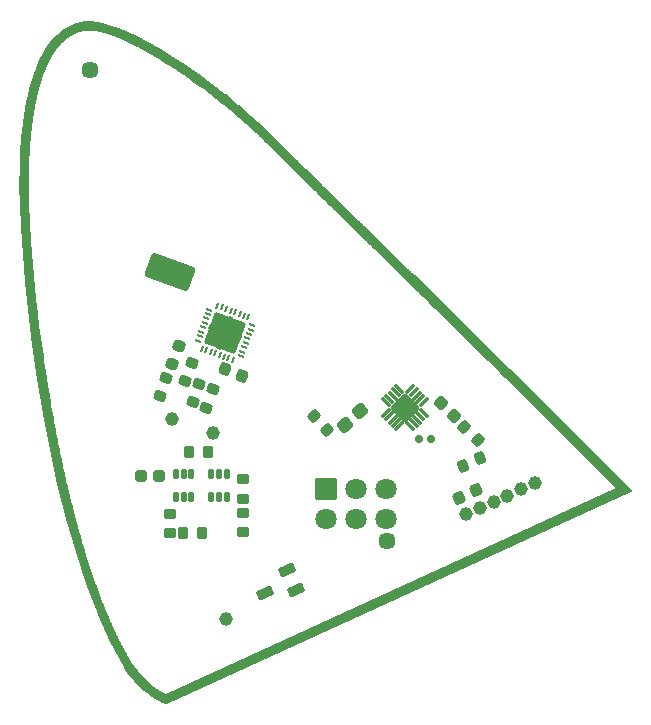
<source format=gbr>
%TF.GenerationSoftware,KiCad,Pcbnew,9.0.6-rc1-2-g790dee114b*%
%TF.CreationDate,2025-10-17T23:56:23-04:00*%
%TF.ProjectId,MetamerBoard,4d657461-6d65-4724-926f-6172642e6b69,rev?*%
%TF.SameCoordinates,Original*%
%TF.FileFunction,Soldermask,Bot*%
%TF.FilePolarity,Negative*%
%FSLAX46Y46*%
G04 Gerber Fmt 4.6, Leading zero omitted, Abs format (unit mm)*
G04 Created by KiCad (PCBNEW 9.0.6-rc1-2-g790dee114b) date 2025-10-17 23:56:23*
%MOMM*%
%LPD*%
G01*
G04 APERTURE LIST*
G04 Aperture macros list*
%AMRoundRect*
0 Rectangle with rounded corners*
0 $1 Rounding radius*
0 $2 $3 $4 $5 $6 $7 $8 $9 X,Y pos of 4 corners*
0 Add a 4 corners polygon primitive as box body*
4,1,4,$2,$3,$4,$5,$6,$7,$8,$9,$2,$3,0*
0 Add four circle primitives for the rounded corners*
1,1,$1+$1,$2,$3*
1,1,$1+$1,$4,$5*
1,1,$1+$1,$6,$7*
1,1,$1+$1,$8,$9*
0 Add four rect primitives between the rounded corners*
20,1,$1+$1,$2,$3,$4,$5,0*
20,1,$1+$1,$4,$5,$6,$7,0*
20,1,$1+$1,$6,$7,$8,$9,0*
20,1,$1+$1,$8,$9,$2,$3,0*%
G04 Aperture macros list end*
%ADD10RoundRect,0.268750X1.879104X0.174055X-1.327597X1.341199X-1.879104X-0.174055X1.327597X-1.341199X0*%
%ADD11C,1.150000*%
%ADD12C,1.166000*%
%ADD13RoundRect,0.275000X-0.050140X-0.422772X0.425240X0.020527X0.050140X0.422772X-0.425240X-0.020527X0*%
%ADD14RoundRect,0.244000X0.244000X0.269000X-0.244000X0.269000X-0.244000X-0.269000X0.244000X-0.269000X0*%
%ADD15RoundRect,0.075000X1.166726X0.000000X0.000000X1.166726X-1.166726X0.000000X0.000000X-1.166726X0*%
%ADD16RoundRect,0.087500X0.353553X0.229810X0.229810X0.353553X-0.353553X-0.229810X-0.229810X-0.353553X0*%
%ADD17RoundRect,0.087500X0.353553X-0.229810X-0.229810X0.353553X-0.353553X0.229810X0.229810X-0.353553X0*%
%ADD18RoundRect,0.244000X0.362746X0.017678X0.017678X0.362746X-0.362746X-0.017678X-0.017678X-0.362746X0*%
%ADD19RoundRect,0.244000X-0.107455X-0.346916X0.334823X-0.140678X0.107455X0.346916X-0.334823X0.140678X0*%
%ADD20RoundRect,0.159000X-0.159000X-0.189000X0.159000X-0.189000X0.159000X0.189000X-0.159000X0.189000X0*%
%ADD21RoundRect,0.219000X0.294000X-0.219000X0.294000X0.219000X-0.294000X0.219000X-0.294000X-0.219000X0*%
%ADD22C,1.448000*%
%ADD23RoundRect,0.219000X-0.219000X-0.294000X0.219000X-0.294000X0.219000X0.294000X-0.219000X0.294000X0*%
%ADD24RoundRect,0.219000X-0.074232X-0.359008X0.322731X-0.173901X0.074232X0.359008X-0.322731X0.173901X0*%
%ADD25RoundRect,0.219000X0.201367X-0.306347X0.351172X0.105239X-0.201367X0.306347X-0.351172X-0.105239X0*%
%ADD26RoundRect,0.212500X0.531631X0.013436X0.352019X0.398617X-0.531631X-0.013436X-0.352019X-0.398617X0*%
%ADD27RoundRect,0.219000X-0.201367X0.306347X-0.351172X-0.105239X0.201367X-0.306347X0.351172X0.105239X0*%
%ADD28RoundRect,0.075000X-0.825000X-0.825000X0.825000X-0.825000X0.825000X0.825000X-0.825000X0.825000X0*%
%ADD29C,1.800000*%
%ADD30RoundRect,0.137500X0.137500X-0.262500X0.137500X0.262500X-0.137500X0.262500X-0.137500X-0.262500X0*%
%ADD31RoundRect,0.244000X-0.321288X-0.169324X0.137282X-0.336230X0.321288X0.169324X-0.137282X0.336230X0*%
%ADD32RoundRect,0.244000X-0.169324X0.321288X-0.336230X-0.137282X0.169324X-0.321288X0.336230X0.137282X0*%
%ADD33RoundRect,0.219000X-0.294000X0.219000X-0.294000X-0.219000X0.294000X-0.219000X0.294000X0.219000X0*%
%ADD34RoundRect,0.050000X-0.228532X0.029970X0.194330X-0.123939X0.228532X-0.029970X-0.194330X0.123939X0*%
%ADD35RoundRect,0.050000X-0.123939X-0.194330X-0.029970X-0.228532X0.123939X0.194330X0.029970X0.228532X0*%
%ADD36RoundRect,0.056000X-1.722622X-0.803272X0.803272X-1.722622X1.722622X0.803272X-0.803272X1.722622X0*%
%ADD37RoundRect,0.219000X-0.364376X-0.040341X-0.065660X-0.360674X0.364376X0.040341X0.065660X0.360674X0*%
%ADD38RoundRect,0.219000X-0.362746X-0.053033X-0.053033X-0.362746X0.362746X0.053033X0.053033X0.362746X0*%
%ADD39C,0.650000*%
G04 APERTURE END LIST*
D10*
%TO.C,TP5*%
X-12650000Y11250000D03*
%TD*%
D11*
%TO.C,TP6*%
X-8950000Y-2400000D03*
%TD*%
%TO.C,TP7*%
X-12450000Y-1200000D03*
%TD*%
%TO.C,TP3*%
X-7883855Y-18135920D03*
%TD*%
D12*
%TO.C,P1*%
X18255650Y-6673339D03*
X17099999Y-7200000D03*
X15944350Y-7726660D03*
X14788700Y-8253320D03*
X13633040Y-8779980D03*
X12477390Y-9306640D03*
%TD*%
D13*
%TO.C,D18*%
X2235066Y-1721749D03*
X3514934Y-528251D03*
%TD*%
D14*
%TO.C,C4*%
X-15070000Y-6030000D03*
X-13510000Y-6030000D03*
%TD*%
D15*
%TO.C,U3*%
X7274700Y-274700D03*
D16*
X8865690Y184919D03*
X8582848Y467762D03*
X8300005Y750605D03*
X8017162Y1033448D03*
X7734319Y1316290D03*
D17*
X6815081Y1316290D03*
X6532238Y1033448D03*
X6249395Y750605D03*
X5966552Y467762D03*
X5683710Y184919D03*
D16*
X5683710Y-734319D03*
X5966552Y-1017162D03*
X6249395Y-1300005D03*
X6532238Y-1582848D03*
X6815081Y-1865690D03*
D17*
X7734319Y-1865690D03*
X8017162Y-1582848D03*
X8300005Y-1300005D03*
X8582848Y-1017162D03*
X8865690Y-734319D03*
%TD*%
D18*
%TO.C,C7*%
X11401543Y-1001543D03*
X10298457Y101543D03*
%TD*%
D19*
%TO.C,C5*%
X11893080Y-7879642D03*
X13306920Y-7220358D03*
%TD*%
D20*
%TO.C,C6*%
X8450001Y-2950000D03*
X9449999Y-2950000D03*
%TD*%
D21*
%TO.C,R8*%
X-6450000Y-6330000D03*
X-6450000Y-7970000D03*
%TD*%
D22*
%TO.C,*%
X-19390000Y28330000D03*
%TD*%
%TO.C,*%
X5730000Y-11550000D03*
%TD*%
D21*
%TO.C,R7*%
X-12600000Y-10920000D03*
X-12600000Y-9280000D03*
%TD*%
D23*
%TO.C,R2*%
X-11520000Y-10900000D03*
X-9880000Y-10900000D03*
%TD*%
D24*
%TO.C,R10*%
X12156827Y-5196547D03*
X13643173Y-4503453D03*
%TD*%
D25*
%TO.C,R6*%
X-13480457Y679452D03*
X-12919543Y2220548D03*
%TD*%
D26*
%TO.C,D17*%
X-2719347Y-14016545D03*
X-1916371Y-15738530D03*
X-4583629Y-15934085D03*
%TD*%
D23*
%TO.C,R12*%
X-11020001Y-4000000D03*
X-9379999Y-4000000D03*
%TD*%
D27*
%TO.C,R5*%
X-10769543Y3520548D03*
X-11330457Y1979452D03*
%TD*%
D28*
%TO.C,J1*%
X610000Y-7150000D03*
D29*
X610000Y-9690000D03*
X3150000Y-7150000D03*
X3150000Y-9690000D03*
X5690000Y-7150000D03*
X5690000Y-9690000D03*
%TD*%
D30*
%TO.C,U2*%
X-10800000Y-7800000D03*
X-11450000Y-7800000D03*
X-12100000Y-7800000D03*
X-12100000Y-5900000D03*
X-11450000Y-5900000D03*
X-10800000Y-5900000D03*
%TD*%
D31*
%TO.C,C1*%
X-7982960Y2966776D03*
X-6517040Y2433224D03*
%TD*%
D25*
%TO.C,R3*%
X-9530457Y-270548D03*
X-8969543Y1270548D03*
%TD*%
D32*
%TO.C,C2*%
X-11883224Y4932960D03*
X-12416776Y3467040D03*
%TD*%
D33*
%TO.C,R1*%
X-6449999Y-9180000D03*
X-6450001Y-10820000D03*
%TD*%
D34*
%TO.C,U1*%
X-10232450Y5406510D03*
X-10095640Y5782390D03*
X-9958830Y6158270D03*
X-9822020Y6534150D03*
X-9685220Y6910020D03*
X-9548410Y7285900D03*
X-9411600Y7661780D03*
X-9274790Y8037649D03*
D35*
X-8601890Y8351430D03*
X-8226020Y8214620D03*
X-7850140Y8077820D03*
X-7474260Y7941010D03*
X-7098380Y7804200D03*
X-6722510Y7667390D03*
X-6346630Y7530580D03*
X-5970750Y7393780D03*
D34*
X-5656970Y6720880D03*
X-5793780Y6345000D03*
X-5930590Y5969120D03*
X-6067400Y5593239D03*
X-6204211Y5217370D03*
X-6341010Y4841490D03*
X-6477820Y4465610D03*
X-6614630Y4089740D03*
D35*
X-7287530Y3775960D03*
X-7663409Y3912770D03*
X-8039280Y4049570D03*
X-8415161Y4186380D03*
X-8791040Y4323190D03*
X-9166910Y4460000D03*
X-9542790Y4596810D03*
X-9918669Y4733610D03*
D36*
X-7944710Y6063690D03*
%TD*%
D37*
%TO.C,R9*%
X-409239Y-950290D03*
X709239Y-2149710D03*
%TD*%
D38*
%TO.C,R11*%
X12270172Y-1870172D03*
X13429828Y-3029828D03*
%TD*%
D25*
%TO.C,R4*%
X-10698947Y184222D03*
X-10138033Y1725318D03*
%TD*%
D30*
%TO.C,U4*%
X-7800000Y-7800000D03*
X-8450000Y-7800000D03*
X-9100000Y-7800000D03*
X-9100000Y-5900000D03*
X-8450000Y-5900000D03*
X-7800000Y-5900000D03*
%TD*%
D39*
X-7944710Y6063690D03*
X-8338030Y4983050D03*
X-9025360Y6457020D03*
X-6864070Y5670370D03*
X-7551390Y7144340D03*
G36*
X25260280Y-6841955D02*
G01*
X26213139Y-7014062D01*
X26275613Y-7045349D01*
X26278781Y-7048406D01*
X26435060Y-7204686D01*
X26468544Y-7266009D01*
X26463560Y-7335701D01*
X26421688Y-7391634D01*
X26398860Y-7405175D01*
X-12905539Y-25342505D01*
X-12974700Y-25352430D01*
X-13001693Y-25345371D01*
X-13129262Y-25296105D01*
X-13184709Y-25253590D01*
X-13208368Y-25187848D01*
X-13208534Y-25184155D01*
X-13226560Y-24584217D01*
X-13208898Y-24516617D01*
X-13157492Y-24469297D01*
X-13088663Y-24457281D01*
X-13054461Y-24466225D01*
X-13051214Y-24467593D01*
X-13037761Y-24473175D01*
X-13024251Y-24478701D01*
X-13010630Y-24484194D01*
X-12997243Y-24489512D01*
X-12983532Y-24494875D01*
X-12979080Y-24496599D01*
X-12979079Y-24496599D01*
X25180609Y-7081610D01*
X25180609Y-7081609D01*
X25150709Y-7051811D01*
X25117119Y-6990545D01*
X25121984Y-6920845D01*
X25163760Y-6864840D01*
X25229183Y-6840311D01*
X25260280Y-6841955D01*
G37*
G36*
X-19339468Y32445642D02*
G01*
X-18739710Y32392852D01*
X-18723546Y32390347D01*
X-18027252Y32234793D01*
X-18016129Y32231759D01*
X-17231766Y31978072D01*
X-17223702Y31975152D01*
X-16362551Y31629207D01*
X-16356405Y31626543D01*
X-15429093Y31194486D01*
X-15424195Y31192071D01*
X-14440985Y30680129D01*
X-14436923Y30677917D01*
X-13408004Y30092402D01*
X-13406181Y30091344D01*
X-13405718Y30091070D01*
X-13404052Y30090066D01*
X-12339773Y29437482D01*
X-12338162Y29436478D01*
X-12337221Y29435881D01*
X-12335735Y29434923D01*
X-11245020Y28720925D01*
X-11242191Y28719016D01*
X-10139210Y27952817D01*
X-10138018Y27951979D01*
X-10130116Y27946351D01*
X-10128653Y27945293D01*
X-9018290Y27129825D01*
X-9015735Y27127897D01*
X-7929179Y26285899D01*
X-7927875Y26284875D01*
X-7878852Y26245826D01*
X-7877641Y26244849D01*
X-6827739Y25386802D01*
X-6826505Y25385779D01*
X-6783116Y25349373D01*
X-6781823Y25348274D01*
X-5732982Y24443493D01*
X-5731620Y24442300D01*
X-5721347Y24433173D01*
X-5720121Y24432069D01*
X-4685759Y23488169D01*
X-4684413Y23486922D01*
X-4679844Y23482627D01*
X-4678491Y23481337D01*
X-3680102Y22514062D01*
X-3678715Y22512696D01*
X-3643450Y22477440D01*
X-3607306Y22441306D01*
X-3571071Y22405091D01*
X-3534755Y22368814D01*
X-3534740Y22368800D01*
X-3498346Y22332446D01*
X-3461866Y22296016D01*
X-3425306Y22259516D01*
X-3388665Y22222945D01*
X-3388664Y22222945D01*
X-3351947Y22186307D01*
X-3315131Y22149582D01*
X-3315130Y22149580D01*
X-3278261Y22112801D01*
X-3278260Y22112801D01*
X-3241287Y22075937D01*
X-3204231Y22039002D01*
X-3204229Y22038999D01*
X-3167113Y22002002D01*
X-3129881Y21964911D01*
X-3129879Y21964909D01*
X-3092603Y21927772D01*
X-3055211Y21890541D01*
X-3055198Y21890528D01*
X-3017778Y21853258D01*
X-2980210Y21815870D01*
X-2980209Y21815869D01*
X-2942590Y21778430D01*
X-2904879Y21740899D01*
X-2904880Y21740899D01*
X-2867101Y21703320D01*
X-2867100Y21703320D01*
X-2829240Y21665661D01*
X-2791279Y21627919D01*
X-2753250Y21590110D01*
X-2715151Y21552231D01*
X-2676945Y21514265D01*
X-2638660Y21476230D01*
X-2638659Y21476229D01*
X-2600313Y21438132D01*
X-2600312Y21438132D01*
X-2561845Y21399936D01*
X-2561846Y21399936D01*
X-2523321Y21361691D01*
X-2523320Y21361690D01*
X-2484710Y21323360D01*
X-2446031Y21284961D01*
X-2407246Y21246476D01*
X-2368380Y21207920D01*
X-2368379Y21207919D01*
X-2329445Y21169295D01*
X-2290425Y21130595D01*
X-2251315Y21091815D01*
X-2212125Y21052965D01*
X-2172840Y21014030D01*
X-2172839Y21014029D01*
X-2133475Y20975015D01*
X-2133476Y20975015D01*
X-2094044Y20935944D01*
X-2054526Y20896795D01*
X-2054525Y20896795D01*
X-2014924Y20857574D01*
X-2014908Y20857559D01*
X-1975208Y20818238D01*
X-1975209Y20818238D01*
X-1935441Y20778871D01*
X-1935439Y20778869D01*
X-1895585Y20739415D01*
X-1855645Y20699885D01*
X-1815611Y20660271D01*
X-1775495Y20620576D01*
X-1775496Y20620576D01*
X-1735314Y20580825D01*
X-1695034Y20540985D01*
X-1654659Y20501060D01*
X-1654659Y20501059D01*
X-1614224Y20461074D01*
X-1614223Y20461074D01*
X-1573700Y20421010D01*
X-1533070Y20380860D01*
X-1533069Y20380859D01*
X-1492370Y20340640D01*
X-1492369Y20340639D01*
X-1451585Y20300335D01*
X-1451586Y20300335D01*
X-1410721Y20259961D01*
X-1410718Y20259958D01*
X-1369782Y20219511D01*
X-1328731Y20178971D01*
X-1328728Y20178969D01*
X-1287599Y20138350D01*
X-1287600Y20138350D01*
X-1246400Y20097680D01*
X-1246388Y20097668D01*
X-1205105Y20056905D01*
X-1205106Y20056905D01*
X-1163750Y20016079D01*
X-1122270Y19975149D01*
X-1122258Y19975138D01*
X-1080740Y19934160D01*
X-1039100Y19893080D01*
X-997376Y19851917D01*
X-997377Y19851917D01*
X-955586Y19810695D01*
X-913691Y19769381D01*
X-913689Y19769379D01*
X-871724Y19727994D01*
X-829674Y19686534D01*
X-787519Y19644979D01*
X-787518Y19644978D01*
X-745285Y19603345D01*
X-745286Y19603345D01*
X-702986Y19561655D01*
X-702985Y19561655D01*
X-660580Y19519870D01*
X-660578Y19519868D01*
X-618105Y19478014D01*
X-575536Y19436075D01*
X-532871Y19394051D01*
X-532868Y19394048D01*
X-490136Y19351955D01*
X-447303Y19309773D01*
X-447302Y19309771D01*
X-447301Y19309771D01*
X-404386Y19267507D01*
X-404387Y19267507D01*
X-361400Y19225180D01*
X-318300Y19182760D01*
X-318288Y19182748D01*
X-275134Y19140264D01*
X-231870Y19097680D01*
X-231869Y19097679D01*
X-188540Y19055030D01*
X-145100Y19012290D01*
X-145099Y19012288D01*
X-101581Y18969470D01*
X-101580Y18969470D01*
X-57976Y18926567D01*
X-57977Y18926567D01*
X-14296Y18883595D01*
X29487Y18840533D01*
X29488Y18840531D01*
X29489Y18840531D01*
X73354Y18797387D01*
X73353Y18797387D01*
X117294Y18754175D01*
X161337Y18710873D01*
X161339Y18710870D01*
X161340Y18710870D01*
X205460Y18667490D01*
X205461Y18667489D01*
X249661Y18624029D01*
X293971Y18580479D01*
X293982Y18580468D01*
X338359Y18536841D01*
X338358Y18536841D01*
X382820Y18493149D01*
X382822Y18493148D01*
X427374Y18449366D01*
X472017Y18405504D01*
X472025Y18405488D01*
X472029Y18405491D01*
X516769Y18361522D01*
X516768Y18361522D01*
X561578Y18317502D01*
X561579Y18317500D01*
X561580Y18317500D01*
X606499Y18273371D01*
X606498Y18273371D01*
X651477Y18229203D01*
X651486Y18229187D01*
X651490Y18229190D01*
X696555Y18184924D01*
X696572Y18184909D01*
X741750Y18140531D01*
X741749Y18140531D01*
X787000Y18096100D01*
X787011Y18096089D01*
X832336Y18051574D01*
X877761Y18006969D01*
X923300Y17962270D01*
X923311Y17962259D01*
X968896Y17917504D01*
X1014596Y17872644D01*
X1060390Y17827700D01*
X1060391Y17827699D01*
X1106258Y17782682D01*
X1106259Y17782680D01*
X1106260Y17782680D01*
X1152216Y17737574D01*
X1198266Y17692384D01*
X1244395Y17647125D01*
X1244412Y17647109D01*
X1290645Y17601746D01*
X1290644Y17601746D01*
X1336938Y17556332D01*
X1336946Y17556317D01*
X1336950Y17556320D01*
X1383359Y17510781D01*
X1383358Y17510781D01*
X1429839Y17465191D01*
X1429851Y17465179D01*
X1476411Y17419499D01*
X1476412Y17419499D01*
X1523091Y17373720D01*
X1523092Y17373718D01*
X1569846Y17327864D01*
X1616700Y17281920D01*
X1616711Y17281909D01*
X1663626Y17235894D01*
X1663627Y17235894D01*
X1710659Y17189772D01*
X1710658Y17189772D01*
X1757770Y17143590D01*
X1757781Y17143579D01*
X1804970Y17097310D01*
X1804990Y17097290D01*
X1828579Y17074150D01*
X1828580Y17074150D01*
X1852258Y17050943D01*
X1852260Y17050940D01*
X1875940Y17027730D01*
X1875959Y17027711D01*
X1899631Y17004499D01*
X1923360Y16981240D01*
X1923361Y16981239D01*
X1947110Y16957960D01*
X1970879Y16934661D01*
X1970880Y16934660D01*
X1994670Y16911340D01*
X1994671Y16911339D01*
X2018489Y16887991D01*
X2018488Y16887991D01*
X2042279Y16864681D01*
X2042309Y16864627D01*
X2042321Y16864639D01*
X2066152Y16841267D01*
X2090050Y16817849D01*
X2090051Y16817849D01*
X2113960Y16794420D01*
X2113979Y16794401D01*
X2137870Y16770980D01*
X2161828Y16747503D01*
X2161830Y16747500D01*
X2185800Y16724010D01*
X2185801Y16724009D01*
X2209790Y16700500D01*
X2209790Y16700499D01*
X2233799Y16676970D01*
X2233801Y16676969D01*
X2257849Y16653401D01*
X2257848Y16653401D01*
X2281900Y16629839D01*
X2281918Y16629822D01*
X2305978Y16606242D01*
X2305979Y16606240D01*
X2330071Y16582629D01*
X2330072Y16582629D01*
X2354211Y16558980D01*
X2354211Y16558979D01*
X2378360Y16535320D01*
X2378361Y16535320D01*
X2402530Y16511641D01*
X2402549Y16511621D01*
X2426702Y16487947D01*
X2426703Y16487947D01*
X2450941Y16464209D01*
X2450959Y16464192D01*
X2475180Y16440461D01*
X2475181Y16440459D01*
X2499440Y16416690D01*
X2499441Y16416689D01*
X2523711Y16392909D01*
X2548010Y16369110D01*
X2548023Y16369087D01*
X2548028Y16369091D01*
X2572351Y16345259D01*
X2596710Y16321400D01*
X2596731Y16321380D01*
X2621090Y16297510D01*
X2621089Y16297510D01*
X2645478Y16273622D01*
X2645481Y16273619D01*
X2669900Y16249700D01*
X2694340Y16225760D01*
X2694341Y16225759D01*
X2718800Y16201800D01*
X2743284Y16177817D01*
X2767802Y16153808D01*
X2767818Y16153792D01*
X2792322Y16129788D01*
X2816890Y16105730D01*
X2816908Y16105712D01*
X2841468Y16081652D01*
X2841467Y16081652D01*
X2866060Y16057569D01*
X2866077Y16057553D01*
X2890665Y16033465D01*
X2915332Y16009317D01*
X2915348Y16009302D01*
X2939999Y15985161D01*
X2940000Y15985160D01*
X2964689Y15960981D01*
X2964690Y15960980D01*
X2989400Y15936780D01*
X2989419Y15936761D01*
X3014112Y15912567D01*
X3014113Y15912567D01*
X3038891Y15888309D01*
X3038907Y15888293D01*
X3063664Y15864047D01*
X3088482Y15839748D01*
X3088498Y15839732D01*
X3113289Y15815451D01*
X3138129Y15791132D01*
X3138145Y15791104D01*
X3138151Y15791109D01*
X3162999Y15766770D01*
X3187880Y15742420D01*
X3187908Y15742369D01*
X3187920Y15742380D01*
X3212822Y15717988D01*
X3237770Y15693560D01*
X3262728Y15669122D01*
X3262729Y15669120D01*
X3262730Y15669120D01*
X3287729Y15644641D01*
X3287728Y15644641D01*
X3312709Y15620191D01*
X3312724Y15620164D01*
X3312730Y15620170D01*
X3337760Y15595660D01*
X3337759Y15595660D01*
X3362804Y15571136D01*
X3387892Y15546577D01*
X3387908Y15546562D01*
X3412998Y15521992D01*
X3412997Y15521992D01*
X3438089Y15497431D01*
X3438104Y15497403D01*
X3438111Y15497409D01*
X3463240Y15472800D01*
X3488419Y15448152D01*
X3488421Y15448150D01*
X3513609Y15423492D01*
X3513610Y15423490D01*
X3538820Y15398810D01*
X3564068Y15374093D01*
X3564067Y15374093D01*
X3589300Y15349400D01*
X3589314Y15349375D01*
X3589320Y15349380D01*
X3614600Y15324630D01*
X3614618Y15324612D01*
X3639883Y15299866D01*
X3665230Y15275059D01*
X3665248Y15275042D01*
X3690588Y15250232D01*
X3690587Y15250232D01*
X3715929Y15225431D01*
X3715943Y15225406D01*
X3715949Y15225411D01*
X3741358Y15200533D01*
X3741357Y15200533D01*
X3766769Y15175661D01*
X3766770Y15175660D01*
X3792210Y15150760D01*
X3792228Y15150742D01*
X3817662Y15125838D01*
X3843144Y15100896D01*
X3843161Y15100880D01*
X3868679Y15075902D01*
X3868678Y15075902D01*
X3894173Y15050957D01*
X3894198Y15050913D01*
X3894208Y15050922D01*
X3919754Y15025907D01*
X3945342Y15000858D01*
X3945341Y15000858D01*
X3970932Y14975808D01*
X3996570Y14950720D01*
X3996571Y14950719D01*
X4022220Y14925620D01*
X4022238Y14925603D01*
X4047889Y14900492D01*
X4047891Y14900488D01*
X4073572Y14875347D01*
X4099265Y14850203D01*
X4099300Y14850171D01*
X4125021Y14825000D01*
X4125033Y14824977D01*
X4125038Y14824981D01*
X4150792Y14799768D01*
X4176590Y14774520D01*
X4176591Y14774519D01*
X4202399Y14749261D01*
X4202400Y14749260D01*
X4228230Y14723980D01*
X4228248Y14723962D01*
X4254088Y14698662D01*
X4254087Y14698662D01*
X4279952Y14673348D01*
X4305860Y14648000D01*
X4305878Y14647982D01*
X4331781Y14622629D01*
X4357721Y14597249D01*
X4357734Y14597225D01*
X4357740Y14597230D01*
X4383710Y14571810D01*
X4383709Y14571810D01*
X4409692Y14546378D01*
X4409693Y14546378D01*
X4435721Y14520910D01*
X4435738Y14520893D01*
X4461760Y14495421D01*
X4461761Y14495419D01*
X4487811Y14469919D01*
X4487812Y14469919D01*
X4513892Y14444399D01*
X4513904Y14444377D01*
X4513909Y14444381D01*
X4539991Y14418849D01*
X4566113Y14393298D01*
X4566140Y14393250D01*
X4566151Y14393260D01*
X4592293Y14367668D01*
X4618481Y14342040D01*
X4618481Y14342039D01*
X4644680Y14316400D01*
X4670891Y14290749D01*
X4670903Y14290726D01*
X4670909Y14290731D01*
X4697134Y14265056D01*
X4723430Y14239330D01*
X4723447Y14239314D01*
X4749720Y14213601D01*
X4749721Y14213599D01*
X4776040Y14187840D01*
X4776041Y14187839D01*
X4802380Y14162060D01*
X4802381Y14162059D01*
X4828731Y14136269D01*
X4855111Y14110459D01*
X4855124Y14110435D01*
X4855130Y14110440D01*
X4881524Y14084606D01*
X4881541Y14084590D01*
X4907979Y14058712D01*
X4907978Y14058712D01*
X4934430Y14032830D01*
X4960891Y14006939D01*
X4960903Y14006916D01*
X4960909Y14006921D01*
X4987417Y13980974D01*
X4987416Y13980974D01*
X5013940Y13955020D01*
X5013941Y13955019D01*
X5040490Y13929040D01*
X5040491Y13929039D01*
X5067070Y13903030D01*
X5067087Y13903014D01*
X5093668Y13876993D01*
X5093667Y13876993D01*
X5120289Y13850941D01*
X5120288Y13850941D01*
X5146894Y13824915D01*
X5146919Y13824870D01*
X5146930Y13824880D01*
X5173581Y13798789D01*
X5200287Y13772654D01*
X5200286Y13772654D01*
X5227000Y13746520D01*
X5226999Y13746520D01*
X5227035Y13746487D01*
X5253723Y13720358D01*
X5280491Y13694160D01*
X5280491Y13694159D01*
X5307262Y13667958D01*
X5334062Y13641738D01*
X5334074Y13641715D01*
X5334080Y13641720D01*
X5360910Y13615460D01*
X5360911Y13615459D01*
X5387768Y13589172D01*
X5387767Y13589172D01*
X5414638Y13562882D01*
X5414657Y13562863D01*
X5441532Y13536558D01*
X5468452Y13510218D01*
X5468464Y13510195D01*
X5468470Y13510200D01*
X5495410Y13483830D01*
X5495411Y13483828D01*
X5522359Y13457449D01*
X5522360Y13457449D01*
X5549359Y13431042D01*
X5549374Y13431015D01*
X5549380Y13431020D01*
X5576400Y13404580D01*
X5576417Y13404564D01*
X5603439Y13378112D01*
X5603440Y13378110D01*
X5630493Y13351628D01*
X5657591Y13325110D01*
X5657591Y13325109D01*
X5684700Y13298580D01*
X5684701Y13298579D01*
X5711830Y13272030D01*
X5711831Y13272029D01*
X5738990Y13245450D01*
X5739007Y13245433D01*
X5766154Y13218855D01*
X5766155Y13218855D01*
X5793381Y13192219D01*
X5793397Y13192204D01*
X5820610Y13165571D01*
X5820611Y13165569D01*
X5847860Y13138900D01*
X5847879Y13138882D01*
X5875121Y13112209D01*
X5902437Y13085474D01*
X5902436Y13085474D01*
X5929761Y13058739D01*
X5929777Y13058724D01*
X5957100Y13031981D01*
X5957103Y13031977D01*
X5984460Y13005199D01*
X6011851Y12978399D01*
X6011864Y12978375D01*
X6011870Y12978380D01*
X6039280Y12951550D01*
X6039279Y12951550D01*
X6066711Y12924699D01*
X6094155Y12897845D01*
X6094180Y12897800D01*
X6094190Y12897809D01*
X6121643Y12870925D01*
X6121644Y12870925D01*
X6149155Y12844015D01*
X6149180Y12843971D01*
X6149190Y12843980D01*
X6176720Y12817030D01*
X6176719Y12817030D01*
X6204272Y12790058D01*
X6231860Y12763060D01*
X6231861Y12763059D01*
X6259470Y12736040D01*
X6259487Y12736024D01*
X6287099Y12708992D01*
X6287100Y12708990D01*
X6314745Y12681926D01*
X6342429Y12654831D01*
X6342430Y12654830D01*
X6370130Y12627720D01*
X6370149Y12627702D01*
X6397841Y12600589D01*
X6425598Y12573423D01*
X6425600Y12573420D01*
X6453370Y12546240D01*
X6453371Y12546239D01*
X6481170Y12519030D01*
X6481188Y12519013D01*
X6508962Y12491817D01*
X6536795Y12464585D01*
X6536820Y12464540D01*
X6536830Y12464549D01*
X6564682Y12437277D01*
X6592580Y12409969D01*
X6592581Y12409969D01*
X6620500Y12382640D01*
X6620501Y12382639D01*
X6648422Y12355307D01*
X6648440Y12355291D01*
X6676383Y12327938D01*
X6676396Y12327915D01*
X6676401Y12327919D01*
X6704362Y12300537D01*
X6732355Y12273145D01*
X6732379Y12273102D01*
X6732389Y12273111D01*
X6760406Y12245674D01*
X6760407Y12245674D01*
X6788482Y12218198D01*
X6788481Y12218198D01*
X6788495Y12218185D01*
X6816542Y12190728D01*
X6816555Y12190704D01*
X6816561Y12190709D01*
X6844642Y12163207D01*
X6872755Y12135695D01*
X6872779Y12135652D01*
X6872789Y12135661D01*
X6900926Y12108104D01*
X6900927Y12108104D01*
X6929122Y12080508D01*
X6929121Y12080508D01*
X6929153Y12080478D01*
X6957292Y12052917D01*
X6957293Y12052917D01*
X6985522Y12025289D01*
X6985534Y12025268D01*
X6985538Y12025271D01*
X7013772Y11997628D01*
X7042027Y11969973D01*
X7042051Y11969930D01*
X7042061Y11969939D01*
X7070332Y11942247D01*
X7070333Y11942247D01*
X7098652Y11914529D01*
X7098665Y11914506D01*
X7098670Y11914510D01*
X7127010Y11886760D01*
X7155375Y11858986D01*
X7183772Y11831188D01*
X7183786Y11831175D01*
X7212180Y11803371D01*
X7212181Y11803369D01*
X7240619Y11775521D01*
X7240620Y11775520D01*
X7269087Y11747643D01*
X7269086Y11747643D01*
X7297551Y11719779D01*
X7297564Y11719755D01*
X7297570Y11719760D01*
X7326080Y11691840D01*
X7326081Y11691839D01*
X7354607Y11663903D01*
X7411750Y11607950D01*
X7411759Y11607941D01*
X7468977Y11551903D01*
X7526310Y11495760D01*
X7526312Y11495758D01*
X7583740Y11439520D01*
X7583741Y11439519D01*
X7641260Y11383190D01*
X7641262Y11383188D01*
X7698880Y11326760D01*
X7698881Y11326759D01*
X7756600Y11270230D01*
X7756602Y11270228D01*
X7814410Y11213610D01*
X7814411Y11213609D01*
X7872310Y11156900D01*
X7872316Y11156888D01*
X7872319Y11156890D01*
X7930317Y11100073D01*
X7988417Y11043163D01*
X8016772Y11015392D01*
X8016906Y11015261D01*
X8017473Y11014704D01*
X8017495Y11014663D01*
X8017505Y11014672D01*
X16061587Y3106769D01*
X16061782Y3106576D01*
X16070136Y3098327D01*
X16070410Y3098055D01*
X25746117Y-6515738D01*
X25746317Y-6516102D01*
X25746400Y-6516020D01*
X26435060Y-7204686D01*
X26468544Y-7266009D01*
X26463560Y-7335701D01*
X26421688Y-7391634D01*
X26398860Y-7405175D01*
X26197874Y-7496899D01*
X26128713Y-7506824D01*
X26124351Y-7506116D01*
X25171541Y-7334017D01*
X25109068Y-7302730D01*
X25073428Y-7242634D01*
X25075935Y-7172810D01*
X25115795Y-7115425D01*
X25142101Y-7099184D01*
X25180609Y-7081610D01*
X25180609Y-7081609D01*
X20091592Y-2009881D01*
X18905861Y-833111D01*
X18905861Y-833110D01*
X18042942Y22148D01*
X18042942Y22147D01*
X17340642Y717507D01*
X17340642Y717508D01*
X16756684Y1295226D01*
X16756684Y1295227D01*
X16251283Y1794868D01*
X15786573Y2254017D01*
X15361521Y2673749D01*
X14975170Y3055070D01*
X14975170Y3055071D01*
X14626699Y3398852D01*
X14315278Y3705962D01*
X14005948Y4010902D01*
X13732737Y4280142D01*
X13461154Y4547685D01*
X13461154Y4547686D01*
X13224898Y4780373D01*
X12989863Y5011777D01*
X12756097Y5241893D01*
X12556703Y5438107D01*
X12358236Y5633384D01*
X12160666Y5827724D01*
X12160666Y5827725D01*
X11964034Y6021106D01*
X11800853Y6181558D01*
X11638305Y6341366D01*
X11476392Y6500518D01*
X11315106Y6659034D01*
X11154432Y6816908D01*
X10994395Y6974144D01*
X10994395Y6974145D01*
X10866823Y7099457D01*
X10739641Y7224369D01*
X10612864Y7348877D01*
X10486481Y7472979D01*
X10360505Y7596675D01*
X10234922Y7719958D01*
X10109732Y7842847D01*
X9984941Y7965329D01*
X9860553Y8087407D01*
X9767509Y8178711D01*
X9767509Y8178712D01*
X9674703Y8269777D01*
X9582111Y8360620D01*
X9582111Y8360619D01*
X9489741Y8451239D01*
X9397591Y8541639D01*
X9305664Y8631816D01*
X9305664Y8631817D01*
X9213961Y8721749D01*
X9213953Y8721757D01*
X9122484Y8811476D01*
X9031224Y8900976D01*
X8940180Y8990250D01*
X8940177Y8990253D01*
X8849364Y9079306D01*
X8758759Y9168141D01*
X8758759Y9168142D01*
X8668383Y9256747D01*
X8578211Y9345140D01*
X8578211Y9345139D01*
X8488270Y9433300D01*
X8488268Y9433302D01*
X8428433Y9491956D01*
X8368689Y9550511D01*
X8368690Y9550513D01*
X8368675Y9550524D01*
X8309041Y9608989D01*
X8309041Y9608990D01*
X8249501Y9667339D01*
X8190050Y9725600D01*
X8190043Y9725606D01*
X8130708Y9783761D01*
X8071460Y9841809D01*
X8071445Y9841836D01*
X8071440Y9841830D01*
X8012299Y9899801D01*
X7953226Y9957683D01*
X7953226Y9957684D01*
X7894260Y10015450D01*
X7894245Y10015464D01*
X7835391Y10073139D01*
X7835391Y10073140D01*
X7776620Y10130710D01*
X7776605Y10130724D01*
X7717945Y10188205D01*
X7717945Y10188206D01*
X7659370Y10245590D01*
X7600892Y10302879D01*
X7542510Y10360070D01*
X7484222Y10417169D01*
X7426031Y10474169D01*
X7426024Y10474176D01*
X7367944Y10531076D01*
X7309941Y10587889D01*
X7252040Y10644600D01*
X7194231Y10701219D01*
X7136520Y10757740D01*
X7078911Y10814159D01*
X7021390Y10870490D01*
X7021384Y10870496D01*
X6963975Y10926725D01*
X6906641Y10982869D01*
X6849410Y11038910D01*
X6849403Y11038917D01*
X6792288Y11094852D01*
X6763750Y11122790D01*
X6763736Y11122804D01*
X6735242Y11150708D01*
X6706761Y11178598D01*
X6706758Y11178601D01*
X6678308Y11206462D01*
X6649860Y11234310D01*
X6649861Y11234312D01*
X6649845Y11234324D01*
X6621456Y11262123D01*
X6593058Y11289922D01*
X6593047Y11289933D01*
X6564701Y11317688D01*
X6564698Y11317691D01*
X6536360Y11345440D01*
X6508042Y11373168D01*
X6479756Y11400863D01*
X6451478Y11428542D01*
X6451465Y11428555D01*
X6423231Y11456199D01*
X6395010Y11483830D01*
X6395010Y11483831D01*
X6366828Y11511423D01*
X6338640Y11539011D01*
X6338626Y11539025D01*
X6310491Y11566570D01*
X6310477Y11566583D01*
X6282376Y11594103D01*
X6254268Y11621622D01*
X6254268Y11621623D01*
X6226196Y11649104D01*
X6226196Y11649103D01*
X6198128Y11676572D01*
X6198117Y11676583D01*
X6170101Y11704008D01*
X6170098Y11704011D01*
X6142088Y11731432D01*
X6142075Y11731445D01*
X6114094Y11758846D01*
X6114094Y11758847D01*
X6086151Y11786189D01*
X6086119Y11786220D01*
X6058212Y11813547D01*
X6058212Y11813548D01*
X6030300Y11840870D01*
X6002409Y11868171D01*
X6002408Y11868171D01*
X5974548Y11895442D01*
X5974548Y11895443D01*
X5946727Y11922673D01*
X5946715Y11922693D01*
X5946712Y11922689D01*
X5918898Y11949922D01*
X5918898Y11949921D01*
X5891100Y11977129D01*
X5863329Y12004310D01*
X5863329Y12004311D01*
X5835580Y12031470D01*
X5835563Y12031486D01*
X5807850Y12058620D01*
X5807850Y12058621D01*
X5780161Y12085719D01*
X5780159Y12085721D01*
X5752479Y12112812D01*
X5752467Y12112824D01*
X5724838Y12139872D01*
X5697200Y12166920D01*
X5697184Y12166936D01*
X5669602Y12193939D01*
X5642029Y12220931D01*
X5614475Y12247895D01*
X5614464Y12247914D01*
X5614461Y12247909D01*
X5586922Y12274867D01*
X5586922Y12274868D01*
X5559420Y12301780D01*
X5559405Y12301795D01*
X5531938Y12328682D01*
X5531938Y12328681D01*
X5504459Y12355570D01*
X5504445Y12355584D01*
X5477030Y12382419D01*
X5477028Y12382421D01*
X5449612Y12409258D01*
X5422212Y12436077D01*
X5422212Y12436078D01*
X5394866Y12462834D01*
X5394855Y12462853D01*
X5394852Y12462849D01*
X5367501Y12489619D01*
X5367500Y12489619D01*
X5340171Y12516368D01*
X5340171Y12516369D01*
X5312879Y12543071D01*
X5312881Y12543074D01*
X5312844Y12543104D01*
X5285599Y12569781D01*
X5285599Y12569782D01*
X5258362Y12596439D01*
X5231139Y12623081D01*
X5203920Y12649710D01*
X5203922Y12649713D01*
X5203886Y12649742D01*
X5176730Y12676329D01*
X5176730Y12676330D01*
X5149589Y12702891D01*
X5149588Y12702892D01*
X5122453Y12729448D01*
X5095342Y12755978D01*
X5095341Y12755979D01*
X5068265Y12782475D01*
X5068254Y12782494D01*
X5068251Y12782489D01*
X5041182Y12808987D01*
X5041182Y12808988D01*
X5014151Y12835439D01*
X4987146Y12861864D01*
X4987134Y12861885D01*
X4987130Y12861880D01*
X4960131Y12888309D01*
X4960131Y12888310D01*
X4933171Y12914689D01*
X4933154Y12914705D01*
X4906228Y12941061D01*
X4879299Y12967410D01*
X4879282Y12967427D01*
X4852390Y12993750D01*
X4852390Y12993751D01*
X4825537Y13020023D01*
X4825525Y13020043D01*
X4825522Y13020039D01*
X4798671Y13046319D01*
X4798670Y13046320D01*
X4771848Y13072572D01*
X4745029Y13098811D01*
X4744996Y13098843D01*
X4718232Y13125048D01*
X4718232Y13125049D01*
X4691507Y13151193D01*
X4691495Y13151213D01*
X4691492Y13151209D01*
X4664751Y13177379D01*
X4664750Y13177379D01*
X4638039Y13203520D01*
X4638039Y13203521D01*
X4611350Y13229640D01*
X4611350Y13229639D01*
X4584695Y13255724D01*
X4584684Y13255743D01*
X4584681Y13255739D01*
X4558048Y13281811D01*
X4531420Y13307869D01*
X4504819Y13333900D01*
X4504819Y13333901D01*
X4478250Y13359900D01*
X4451700Y13385880D01*
X4451684Y13385895D01*
X4425161Y13411858D01*
X4425161Y13411859D01*
X4398670Y13437780D01*
X4398654Y13437796D01*
X4372198Y13463692D01*
X4345731Y13489589D01*
X4319306Y13515444D01*
X4319295Y13515463D01*
X4319292Y13515459D01*
X4292889Y13541301D01*
X4266490Y13567130D01*
X4266473Y13567147D01*
X4240131Y13592930D01*
X4213792Y13618709D01*
X4213792Y13618708D01*
X4187471Y13644468D01*
X4187469Y13644471D01*
X4161191Y13670190D01*
X4134902Y13695908D01*
X4134885Y13695924D01*
X4108666Y13721583D01*
X4108654Y13721603D01*
X4108651Y13721599D01*
X4082422Y13747277D01*
X4082422Y13747278D01*
X4056246Y13772894D01*
X4056235Y13772913D01*
X4056232Y13772909D01*
X4030067Y13798524D01*
X4030067Y13798523D01*
X4003889Y13824131D01*
X4003855Y13824164D01*
X3977750Y13849720D01*
X3977750Y13849721D01*
X3951651Y13875259D01*
X3951650Y13875260D01*
X3925560Y13900790D01*
X3925544Y13900805D01*
X3899491Y13926308D01*
X3899491Y13926309D01*
X3873449Y13951791D01*
X3873434Y13951806D01*
X3847446Y13977244D01*
X3847446Y13977243D01*
X3821438Y14002692D01*
X3821426Y14002704D01*
X3795471Y14028108D01*
X3795468Y14028111D01*
X3769522Y14053508D01*
X3743592Y14078887D01*
X3743592Y14078888D01*
X3717706Y14104214D01*
X3717694Y14104235D01*
X3717690Y14104230D01*
X3691810Y14129560D01*
X3691795Y14129576D01*
X3665962Y14154869D01*
X3665962Y14154868D01*
X3640113Y14180176D01*
X3640113Y14180177D01*
X3614310Y14205420D01*
X3614313Y14205424D01*
X3614273Y14205456D01*
X3588549Y14230643D01*
X3588549Y14230642D01*
X3562761Y14255869D01*
X3562725Y14255904D01*
X3537010Y14281080D01*
X3537010Y14281081D01*
X3511300Y14306241D01*
X3511286Y14306254D01*
X3485603Y14331396D01*
X3485603Y14331397D01*
X3459946Y14356504D01*
X3459934Y14356525D01*
X3459930Y14356520D01*
X3434279Y14381631D01*
X3434279Y14381632D01*
X3408669Y14406701D01*
X3383066Y14431754D01*
X3383054Y14431775D01*
X3383050Y14431770D01*
X3357473Y14456807D01*
X3331928Y14481811D01*
X3331914Y14481835D01*
X3331910Y14481830D01*
X3306371Y14506839D01*
X3306371Y14506840D01*
X3280871Y14531799D01*
X3280870Y14531799D01*
X3255379Y14556750D01*
X3255378Y14556751D01*
X3229908Y14581682D01*
X3229909Y14581684D01*
X3229893Y14581696D01*
X3204461Y14606598D01*
X3204461Y14606599D01*
X3179051Y14631470D01*
X3153653Y14656328D01*
X3128288Y14681152D01*
X3128275Y14681176D01*
X3128270Y14681170D01*
X3102920Y14705990D01*
X3102920Y14705991D01*
X3077592Y14730789D01*
X3077592Y14730788D01*
X3052299Y14755550D01*
X3027016Y14780293D01*
X3027005Y14780312D01*
X3027002Y14780308D01*
X3001741Y14805038D01*
X3001738Y14805041D01*
X2976498Y14829752D01*
X2976485Y14829765D01*
X2951298Y14854431D01*
X2926090Y14879109D01*
X2926090Y14879110D01*
X2900920Y14903740D01*
X2900885Y14903774D01*
X2875770Y14928370D01*
X2875770Y14928371D01*
X2850651Y14952959D01*
X2850648Y14952961D01*
X2825548Y14977532D01*
X2825535Y14977545D01*
X2800471Y15002088D01*
X2800468Y15002091D01*
X2775409Y15026631D01*
X2775409Y15026632D01*
X2750381Y15051129D01*
X2750364Y15051145D01*
X2725387Y15075602D01*
X2725373Y15075626D01*
X2725369Y15075621D01*
X2700371Y15100109D01*
X2700371Y15100110D01*
X2675420Y15124531D01*
X2675404Y15124546D01*
X2650481Y15148949D01*
X2650463Y15148967D01*
X2625542Y15173378D01*
X2625542Y15173379D01*
X2600661Y15197729D01*
X2600624Y15197765D01*
X2575790Y15222090D01*
X2550951Y15246419D01*
X2526111Y15270738D01*
X2526108Y15270741D01*
X2501298Y15295032D01*
X2501284Y15295046D01*
X2476521Y15319299D01*
X2451760Y15343550D01*
X2427031Y15367769D01*
X2402301Y15391978D01*
X2402284Y15391995D01*
X2377628Y15416141D01*
X2377613Y15416168D01*
X2377608Y15416162D01*
X2352951Y15440320D01*
X2328291Y15464469D01*
X2303660Y15488590D01*
X2303660Y15488591D01*
X2279078Y15512663D01*
X2279066Y15512684D01*
X2279062Y15512679D01*
X2254489Y15536751D01*
X2229920Y15560810D01*
X2229903Y15560826D01*
X2205380Y15584849D01*
X2205380Y15584850D01*
X2180870Y15608851D01*
X2180854Y15608866D01*
X2156398Y15632822D01*
X2156385Y15632844D01*
X2156381Y15632839D01*
X2131902Y15656827D01*
X2131902Y15656828D01*
X2107471Y15680748D01*
X2107431Y15680787D01*
X2083038Y15704692D01*
X2083038Y15704693D01*
X2058653Y15728578D01*
X2034289Y15752441D01*
X2034276Y15752464D01*
X2034272Y15752459D01*
X2009938Y15776303D01*
X2009938Y15776302D01*
X1985579Y15800151D01*
X1985582Y15800155D01*
X1985541Y15800188D01*
X1961271Y15823970D01*
X1936992Y15847759D01*
X1936992Y15847758D01*
X1912721Y15871538D01*
X1912721Y15871539D01*
X1888480Y15895290D01*
X1888480Y15895289D01*
X1864259Y15919020D01*
X1864258Y15919021D01*
X1840058Y15942732D01*
X1840058Y15942733D01*
X1815883Y15966418D01*
X1815883Y15966417D01*
X1791749Y15990060D01*
X1791735Y15990084D01*
X1791731Y15990079D01*
X1767607Y16013722D01*
X1743488Y16037352D01*
X1743489Y16037354D01*
X1743470Y16037369D01*
X1719399Y16060961D01*
X1719399Y16060962D01*
X1695359Y16084511D01*
X1695346Y16084533D01*
X1695342Y16084528D01*
X1671301Y16108088D01*
X1671300Y16108089D01*
X1647279Y16131630D01*
X1647278Y16131631D01*
X1623288Y16155142D01*
X1623288Y16155143D01*
X1599311Y16178640D01*
X1575360Y16202111D01*
X1575360Y16202110D01*
X1551430Y16225560D01*
X1551433Y16225564D01*
X1551391Y16225597D01*
X1527500Y16249029D01*
X1527500Y16249030D01*
X1503641Y16272399D01*
X1503605Y16272435D01*
X1479781Y16295789D01*
X1479778Y16295791D01*
X1455938Y16319162D01*
X1455938Y16319163D01*
X1432122Y16342509D01*
X1432122Y16342508D01*
X1408321Y16365838D01*
X1408321Y16365839D01*
X1384548Y16389133D01*
X1384550Y16389136D01*
X1384511Y16389167D01*
X1360789Y16412430D01*
X1360789Y16412431D01*
X1337070Y16435681D01*
X1337052Y16435697D01*
X1313360Y16458929D01*
X1313360Y16458930D01*
X1289699Y16482121D01*
X1289684Y16482147D01*
X1289679Y16482140D01*
X1266014Y16505345D01*
X1266014Y16505346D01*
X1218760Y16551670D01*
X1218743Y16551687D01*
X1171605Y16597915D01*
X1124520Y16644080D01*
X1124512Y16644087D01*
X1077537Y16690152D01*
X1077531Y16690161D01*
X1077531Y16690160D01*
X1030635Y16736155D01*
X983810Y16782070D01*
X983793Y16782086D01*
X937084Y16827905D01*
X937084Y16827906D01*
X890450Y16873640D01*
X890432Y16873658D01*
X843912Y16919299D01*
X797454Y16964876D01*
X751069Y17010372D01*
X751069Y17010373D01*
X751052Y17010387D01*
X704790Y17055779D01*
X704781Y17055789D01*
X658607Y17101104D01*
X612491Y17146349D01*
X612482Y17146357D01*
X566478Y17191501D01*
X566471Y17191512D01*
X566470Y17191510D01*
X520541Y17236589D01*
X474700Y17281580D01*
X474682Y17281598D01*
X428960Y17326490D01*
X383280Y17371320D01*
X383262Y17371338D01*
X337700Y17416070D01*
X337692Y17416078D01*
X292210Y17460740D01*
X292210Y17460739D01*
X246809Y17505320D01*
X246809Y17505321D01*
X201490Y17549820D01*
X201481Y17549829D01*
X156262Y17594239D01*
X111121Y17638569D01*
X111101Y17638588D01*
X66064Y17682836D01*
X66064Y17682837D01*
X21100Y17727001D01*
X21091Y17727008D01*
X-23772Y17771081D01*
X-23779Y17771092D01*
X-23780Y17771090D01*
X-68564Y17815094D01*
X-113251Y17858991D01*
X-113280Y17859020D01*
X-157896Y17902876D01*
X-157896Y17902877D01*
X-202420Y17946631D01*
X-202429Y17946639D01*
X-246869Y17990319D01*
X-291230Y18033920D01*
X-291239Y18033929D01*
X-335492Y18077432D01*
X-335498Y18077442D01*
X-335499Y18077439D01*
X-379685Y18120884D01*
X-379685Y18120885D01*
X-423780Y18164230D01*
X-423798Y18164248D01*
X-467781Y18207501D01*
X-467788Y18207513D01*
X-467790Y18207510D01*
X-511711Y18250711D01*
X-511711Y18250712D01*
X-555541Y18293821D01*
X-555547Y18293832D01*
X-555549Y18293829D01*
X-599300Y18336869D01*
X-599301Y18336870D01*
X-642961Y18379821D01*
X-642968Y18379829D01*
X-686539Y18422700D01*
X-686539Y18422699D01*
X-730030Y18465490D01*
X-730039Y18465499D01*
X-773440Y18508210D01*
X-816760Y18550840D01*
X-816779Y18550858D01*
X-859990Y18593399D01*
X-903141Y18635880D01*
X-903141Y18635881D01*
X-946200Y18678270D01*
X-946209Y18678279D01*
X-989180Y18720590D01*
X-989189Y18720599D01*
X-1032070Y18762830D01*
X-1032080Y18762840D01*
X-1074868Y18804989D01*
X-1074868Y18804988D01*
X-1117581Y18847060D01*
X-1117588Y18847071D01*
X-1117589Y18847069D01*
X-1160220Y18889069D01*
X-1160221Y18889070D01*
X-1202771Y18930991D01*
X-1202779Y18930999D01*
X-1245230Y18972830D01*
X-1245239Y18972839D01*
X-1287609Y19014599D01*
X-1329900Y19056280D01*
X-1329909Y19056289D01*
X-1372110Y19097890D01*
X-1372120Y19097899D01*
X-1414236Y19139425D01*
X-1414236Y19139426D01*
X-1456270Y19180860D01*
X-1456301Y19180891D01*
X-1498219Y19222240D01*
X-1540078Y19263529D01*
X-1540078Y19263528D01*
X-1581850Y19304729D01*
X-1581858Y19304743D01*
X-1581860Y19304740D01*
X-1623560Y19345880D01*
X-1623569Y19345889D01*
X-1665170Y19386940D01*
X-1665169Y19386942D01*
X-1665181Y19386951D01*
X-1706684Y19427915D01*
X-1706684Y19427914D01*
X-1748140Y19468820D01*
X-1748170Y19468850D01*
X-1789484Y19509644D01*
X-1830770Y19550400D01*
X-1830790Y19550420D01*
X-1871944Y19591064D01*
X-1913029Y19631629D01*
X-1913051Y19631668D01*
X-1913059Y19631659D01*
X-1954075Y19672184D01*
X-1954075Y19672185D01*
X-1995001Y19712611D01*
X-1995008Y19712623D01*
X-1995010Y19712620D01*
X-2035860Y19752980D01*
X-2035869Y19752990D01*
X-2076629Y19793270D01*
X-2076629Y19793271D01*
X-2076641Y19793281D01*
X-2117308Y19833479D01*
X-2117308Y19833478D01*
X-2157889Y19873588D01*
X-2157905Y19873616D01*
X-2157910Y19873610D01*
X-2198419Y19913669D01*
X-2238849Y19953649D01*
X-2279200Y19993550D01*
X-2279210Y19993560D01*
X-2319460Y20033370D01*
X-2319481Y20033391D01*
X-2359639Y20073129D01*
X-2399730Y20112800D01*
X-2399731Y20112801D01*
X-2439751Y20152402D01*
X-2439769Y20152420D01*
X-2479669Y20191919D01*
X-2479670Y20191920D01*
X-2519520Y20231370D01*
X-2519530Y20231380D01*
X-2559280Y20270740D01*
X-2559290Y20270750D01*
X-2598950Y20310030D01*
X-2598957Y20310042D01*
X-2598959Y20310039D01*
X-2638550Y20349259D01*
X-2638551Y20349260D01*
X-2678061Y20388401D01*
X-2678061Y20388402D01*
X-2678071Y20388410D01*
X-2717480Y20427459D01*
X-2717488Y20427473D01*
X-2717490Y20427470D01*
X-2756830Y20466460D01*
X-2756840Y20466470D01*
X-2796090Y20505380D01*
X-2796101Y20505391D01*
X-2835270Y20544230D01*
X-2874370Y20583000D01*
X-2874380Y20583010D01*
X-2913380Y20621690D01*
X-2913391Y20621701D01*
X-2952310Y20660310D01*
X-2952321Y20660320D01*
X-2991160Y20698859D01*
X-2991170Y20698870D01*
X-3029920Y20737330D01*
X-3029920Y20737329D01*
X-3068589Y20775708D01*
X-3068605Y20775736D01*
X-3068610Y20775730D01*
X-3107200Y20814050D01*
X-3107200Y20814051D01*
X-3145719Y20852299D01*
X-3145721Y20852300D01*
X-3184161Y20890471D01*
X-3184193Y20890504D01*
X-3222502Y20928573D01*
X-3260757Y20966577D01*
X-3260774Y20966607D01*
X-3260780Y20966600D01*
X-3298968Y21004558D01*
X-3337058Y21042417D01*
X-3337067Y21042434D01*
X-3337070Y21042430D01*
X-3375100Y21080240D01*
X-3375110Y21080251D01*
X-3413039Y21117970D01*
X-3413051Y21117981D01*
X-3450900Y21155630D01*
X-3450922Y21155652D01*
X-3488662Y21193212D01*
X-3526347Y21230706D01*
X-3526364Y21230737D01*
X-3526370Y21230730D01*
X-3563980Y21268170D01*
X-3601520Y21305540D01*
X-3601531Y21305551D01*
X-3638970Y21342830D01*
X-3638993Y21342853D01*
X-3676330Y21380050D01*
X-3713609Y21417189D01*
X-3713617Y21417204D01*
X-3713620Y21417200D01*
X-3750830Y21454280D01*
X-3750828Y21454283D01*
X-3750854Y21454304D01*
X-3787944Y21491284D01*
X-3825000Y21528220D01*
X-3825023Y21528243D01*
X-3861960Y21565080D01*
X-3898817Y21601837D01*
X-3898834Y21601867D01*
X-3898840Y21601860D01*
X-3935640Y21638580D01*
X-3972360Y21675220D01*
X-3972358Y21675223D01*
X-3972384Y21675244D01*
X-4008990Y21711790D01*
X-4045550Y21748290D01*
X-4045562Y21748302D01*
X-4082030Y21784720D01*
X-4082054Y21784744D01*
X-4118420Y21821080D01*
X-4118432Y21821092D01*
X-4154725Y21857365D01*
X-4190971Y21893582D01*
X-4190969Y21893585D01*
X-4190995Y21893605D01*
X-4227120Y21929720D01*
X-4227135Y21929734D01*
X-4245253Y21947853D01*
X-4245253Y21947854D01*
X-4354230Y22056431D01*
X-4448243Y22149472D01*
X-4542551Y22242222D01*
X-4637546Y22335082D01*
X-4748494Y22442826D01*
X-4860193Y22550533D01*
X-4972236Y22657833D01*
X-5085256Y22765328D01*
X-5198309Y22872110D01*
X-5328221Y22993937D01*
X-5459019Y23115662D01*
X-5590118Y23236739D01*
X-5721933Y23357571D01*
X-5870788Y23492934D01*
X-6020440Y23627910D01*
X-6187370Y23777155D01*
X-6355192Y23925857D01*
X-6540500Y24088501D01*
X-6743678Y24265012D01*
X-6964660Y24454887D01*
X-7221082Y24672521D01*
X-7512854Y24916767D01*
X-7909722Y25243325D01*
X-8168565Y25453555D01*
X-8690490Y25868158D01*
X-9217582Y26276328D01*
X-9749689Y26677951D01*
X-10037379Y26890244D01*
X-10037950Y26890508D01*
X-10296801Y27079559D01*
X-10540607Y27255332D01*
X-10748914Y27403828D01*
X-10939844Y27538571D01*
X-11112822Y27659510D01*
X-11268431Y27767383D01*
X-11423484Y27874007D01*
X-11560960Y27967809D01*
X-11698372Y28060892D01*
X-11818351Y28141591D01*
X-11937631Y28221314D01*
X-12057269Y28300745D01*
X-12176286Y28379237D01*
X-12176286Y28379238D01*
X-12277904Y28445844D01*
X-12379352Y28511940D01*
X-12480945Y28577747D01*
X-12581874Y28642753D01*
X-12682544Y28707203D01*
X-12766374Y28760566D01*
X-12850233Y28813687D01*
X-12850233Y28813688D01*
X-12933411Y28866106D01*
X-12933411Y28866105D01*
X-13016880Y28918441D01*
X-13016880Y28918442D01*
X-13099650Y28970056D01*
X-13182452Y29021430D01*
X-13265187Y29072484D01*
X-13347690Y29123129D01*
X-13347690Y29123130D01*
X-13429598Y29173132D01*
X-13429598Y29173131D01*
X-13495377Y29213095D01*
X-13495377Y29213096D01*
X-13560579Y29252530D01*
X-13560579Y29252529D01*
X-13626050Y29291956D01*
X-13626050Y29291957D01*
X-13691138Y29330968D01*
X-13755982Y29369672D01*
X-13820658Y29408094D01*
X-13820658Y29408093D01*
X-13885511Y29446435D01*
X-13885511Y29446436D01*
X-13949965Y29484362D01*
X-13949965Y29484363D01*
X-14014260Y29522025D01*
X-14078395Y29559417D01*
X-14078395Y29559418D01*
X-14142122Y29596388D01*
X-14142122Y29596387D01*
X-14206128Y29633347D01*
X-14206128Y29633348D01*
X-14269497Y29669755D01*
X-14333150Y29706148D01*
X-14333150Y29706149D01*
X-14396381Y29742113D01*
X-14396381Y29742114D01*
X-14459199Y29777672D01*
X-14459199Y29777671D01*
X-14522311Y29813208D01*
X-14584975Y29848309D01*
X-14584975Y29848310D01*
X-14631663Y29874342D01*
X-14631663Y29874341D01*
X-14678420Y29900314D01*
X-14725275Y29926227D01*
X-14725275Y29926228D01*
X-14771642Y29951777D01*
X-14771642Y29951776D01*
X-14818087Y29977259D01*
X-14864591Y30002670D01*
X-14864591Y30002671D01*
X-14910611Y30027717D01*
X-14910611Y30027716D01*
X-14956902Y30052800D01*
X-14956902Y30052801D01*
X-15002672Y30077503D01*
X-15002672Y30077502D01*
X-15048558Y30102150D01*
X-15094490Y30126723D01*
X-15140109Y30151022D01*
X-15140109Y30151023D01*
X-15185411Y30175048D01*
X-15185411Y30175047D01*
X-15230987Y30199111D01*
X-15276029Y30222792D01*
X-15276029Y30222791D01*
X-15321373Y30246513D01*
X-15321373Y30246514D01*
X-15366388Y30269956D01*
X-15411062Y30293110D01*
X-15411062Y30293109D01*
X-15456012Y30316303D01*
X-15500420Y30339113D01*
X-15544903Y30361850D01*
X-15589499Y30384525D01*
X-15633516Y30406797D01*
X-15677830Y30429115D01*
X-15677830Y30429116D01*
X-15721655Y30451078D01*
X-15765408Y30472880D01*
X-15765408Y30472879D01*
X-15809318Y30494658D01*
X-15809318Y30494659D01*
X-15852875Y30516147D01*
X-15896060Y30537341D01*
X-15939562Y30558575D01*
X-15939562Y30558576D01*
X-15982574Y30579463D01*
X-16025466Y30600171D01*
X-16025466Y30600170D01*
X-16068560Y30620857D01*
X-16068560Y30620858D01*
X-16111273Y30641249D01*
X-16153603Y30661345D01*
X-16195999Y30681364D01*
X-16238285Y30701201D01*
X-16280655Y30720963D01*
X-16280655Y30720964D01*
X-16308478Y30733871D01*
X-16336591Y30746876D01*
X-16364402Y30759668D01*
X-16364402Y30759669D01*
X-16392038Y30772343D01*
X-16419789Y30785009D01*
X-16447612Y30797653D01*
X-16447612Y30797654D01*
X-16475024Y30810068D01*
X-16475024Y30810067D01*
X-16502736Y30822549D01*
X-16502736Y30822550D01*
X-16530028Y30834804D01*
X-16557620Y30847134D01*
X-16584925Y30859277D01*
X-16584925Y30859278D01*
X-16612202Y30871360D01*
X-16639188Y30883251D01*
X-16639188Y30883250D01*
X-16666479Y30895223D01*
X-16666479Y30895224D01*
X-16693511Y30907026D01*
X-16693511Y30907027D01*
X-16720291Y30918674D01*
X-16720291Y30918673D01*
X-16747204Y30930318D01*
X-16774149Y30941923D01*
X-16800963Y30953406D01*
X-16800963Y30953407D01*
X-16827666Y30964795D01*
X-16827666Y30964796D01*
X-16854065Y30975995D01*
X-16880622Y30987204D01*
X-16880622Y30987203D01*
X-16907279Y30998405D01*
X-16907279Y30998406D01*
X-16933447Y31009343D01*
X-16959974Y31020369D01*
X-16959974Y31020370D01*
X-16986013Y31031142D01*
X-17012185Y31041907D01*
X-17038498Y31052674D01*
X-17038498Y31052675D01*
X-17064518Y31063264D01*
X-17090231Y31073672D01*
X-17116112Y31084087D01*
X-17116112Y31084086D01*
X-17142125Y31094496D01*
X-17167618Y31104640D01*
X-17193325Y31114817D01*
X-17219019Y31124918D01*
X-17219019Y31124919D01*
X-17244273Y31134797D01*
X-17269731Y31144686D01*
X-17269731Y31144685D01*
X-17295286Y31154566D01*
X-17295286Y31154567D01*
X-17320267Y31164153D01*
X-17345686Y31173845D01*
X-17370560Y31183273D01*
X-17370560Y31183272D01*
X-17395728Y31192762D01*
X-17420723Y31202112D01*
X-17420723Y31202113D01*
X-17445333Y31211264D01*
X-17445333Y31211263D01*
X-17470266Y31220473D01*
X-17495031Y31229547D01*
X-17519688Y31238534D01*
X-17519688Y31238535D01*
X-17544197Y31247396D01*
X-17568390Y31256084D01*
X-17568390Y31256083D01*
X-17593021Y31264866D01*
X-17593021Y31264867D01*
X-17617032Y31273368D01*
X-17641512Y31281966D01*
X-17641512Y31281967D01*
X-17665365Y31290284D01*
X-17665365Y31290283D01*
X-17689569Y31298660D01*
X-17713634Y31306919D01*
X-17713634Y31306920D01*
X-17737500Y31315044D01*
X-17761003Y31322988D01*
X-17761003Y31322987D01*
X-17784898Y31330992D01*
X-17808554Y31338855D01*
X-17832056Y31346596D01*
X-17855321Y31354195D01*
X-17878921Y31361843D01*
X-17902147Y31369296D01*
X-17925122Y31376608D01*
X-17925122Y31376607D01*
X-17948563Y31383994D01*
X-17971266Y31391075D01*
X-17994356Y31398215D01*
X-18017308Y31405249D01*
X-18039855Y31412084D01*
X-18062524Y31418887D01*
X-18085362Y31425674D01*
X-18085362Y31425675D01*
X-18107489Y31432178D01*
X-18107489Y31432177D01*
X-18130227Y31438785D01*
X-18130227Y31438786D01*
X-18152293Y31445136D01*
X-18174414Y31451428D01*
X-18174414Y31451427D01*
X-18196876Y31457740D01*
X-18218729Y31463809D01*
X-18240913Y31469903D01*
X-18262388Y31475728D01*
X-18284522Y31481656D01*
X-18284522Y31481657D01*
X-18305813Y31487293D01*
X-18327784Y31493025D01*
X-18327784Y31493026D01*
X-18348901Y31498469D01*
X-18370568Y31503978D01*
X-18391744Y31509284D01*
X-18413098Y31514559D01*
X-18434178Y31519690D01*
X-18455078Y31524699D01*
X-18476133Y31529679D01*
X-18496979Y31534520D01*
X-18517520Y31539215D01*
X-18538424Y31543911D01*
X-18558863Y31548437D01*
X-18579285Y31552869D01*
X-18599700Y31557220D01*
X-18620073Y31561484D01*
X-18640052Y31565585D01*
X-18660305Y31569662D01*
X-18679956Y31573528D01*
X-18700144Y31577428D01*
X-18719724Y31581122D01*
X-18739516Y31584783D01*
X-18759162Y31588315D01*
X-18778578Y31591734D01*
X-18797915Y31595055D01*
X-18817169Y31598270D01*
X-18836402Y31601399D01*
X-18855573Y31604422D01*
X-18874571Y31607334D01*
X-18893137Y31610097D01*
X-18912232Y31612853D01*
X-18930708Y31615425D01*
X-18940239Y31616716D01*
X-18940239Y31616717D01*
X-18949338Y31617932D01*
X-18958671Y31619153D01*
X-18967905Y31620334D01*
X-18977125Y31621497D01*
X-18986173Y31622612D01*
X-18995498Y31623733D01*
X-18995498Y31623734D01*
X-19004388Y31624787D01*
X-19004388Y31624786D01*
X-19013765Y31625878D01*
X-19022572Y31626869D01*
X-19022572Y31626868D01*
X-19031844Y31627894D01*
X-19031844Y31627895D01*
X-19040781Y31628865D01*
X-19049570Y31629793D01*
X-19049570Y31629792D01*
X-19058588Y31630719D01*
X-19067675Y31631623D01*
X-19076685Y31632502D01*
X-19085618Y31633357D01*
X-19094195Y31634141D01*
X-19094195Y31634140D01*
X-19103101Y31634938D01*
X-19112039Y31635717D01*
X-19120619Y31636431D01*
X-19120619Y31636430D01*
X-19129631Y31637161D01*
X-19138128Y31637832D01*
X-19147066Y31638500D01*
X-19147066Y31638501D01*
X-19155478Y31639111D01*
X-19164220Y31639728D01*
X-19172882Y31640310D01*
X-19181459Y31640858D01*
X-19190203Y31641389D01*
X-19198410Y31641869D01*
X-19198410Y31641868D01*
X-19207197Y31642354D01*
X-19215709Y31642795D01*
X-19224011Y31643206D01*
X-19232661Y31643606D01*
X-19232661Y31643607D01*
X-19240847Y31643967D01*
X-19249434Y31644305D01*
X-19257621Y31644608D01*
X-19266004Y31644900D01*
X-19274378Y31645152D01*
X-19282559Y31645380D01*
X-19290905Y31645591D01*
X-19299155Y31645763D01*
X-19307054Y31645907D01*
X-19307054Y31645906D01*
X-19315533Y31646032D01*
X-19323537Y31646129D01*
X-19331685Y31646190D01*
X-19339818Y31646230D01*
X-19347887Y31646250D01*
X-19404510Y31645801D01*
X-19449709Y31644799D01*
X-19494547Y31643240D01*
X-19539170Y31641112D01*
X-19594708Y31637650D01*
X-19649861Y31633310D01*
X-19702043Y31628346D01*
X-19706389Y31629186D01*
X-19908149Y31602265D01*
X-19910099Y31601073D01*
X-19923248Y31598291D01*
X-19929405Y31597334D01*
X-19932018Y31596350D01*
X-19957005Y31591821D01*
X-19959029Y31592037D01*
X-20023482Y31579307D01*
X-20081042Y31566965D01*
X-20160295Y31548629D01*
X-20163440Y31547414D01*
X-20185583Y31542095D01*
X-20335579Y31499094D01*
X-20483204Y31448736D01*
X-20483219Y31448730D01*
X-20628188Y31391117D01*
X-20667122Y31373645D01*
X-20669577Y31373289D01*
X-20851776Y31287025D01*
X-20852228Y31286412D01*
X-20868934Y31275720D01*
X-20905953Y31256008D01*
X-20909829Y31255208D01*
X-20932994Y31241712D01*
X-20937127Y31239409D01*
X-20942953Y31236307D01*
X-20946814Y31233661D01*
X-21018456Y31191923D01*
X-21019330Y31191375D01*
X-21063311Y31164718D01*
X-21108489Y31136366D01*
X-21153293Y31107278D01*
X-21189019Y31083378D01*
X-21224434Y31059055D01*
X-21259739Y31034179D01*
X-21294679Y31008926D01*
X-21329520Y30983124D01*
X-21364103Y30956867D01*
X-21398482Y30930133D01*
X-21432685Y30902903D01*
X-21466704Y30875162D01*
X-21500461Y30847004D01*
X-21533997Y30818393D01*
X-21559031Y30796599D01*
X-21583977Y30774526D01*
X-21608758Y30752242D01*
X-21633485Y30729628D01*
X-21657991Y30706858D01*
X-21682469Y30683750D01*
X-21706876Y30660326D01*
X-21731047Y30636765D01*
X-21755144Y30612917D01*
X-21779175Y30588756D01*
X-21803045Y30564385D01*
X-21826812Y30539748D01*
X-21850415Y30514908D01*
X-21873998Y30489722D01*
X-21897377Y30464377D01*
X-21920752Y30438655D01*
X-21943962Y30412732D01*
X-21966941Y30386708D01*
X-21989994Y30360212D01*
X-22012796Y30333628D01*
X-22035565Y30306694D01*
X-22058154Y30279590D01*
X-22080669Y30252205D01*
X-22103090Y30224549D01*
X-22125356Y30196698D01*
X-22147546Y30168554D01*
X-22169610Y30140201D01*
X-22191556Y30111607D01*
X-22213442Y30082682D01*
X-22235024Y30053800D01*
X-22256810Y30024232D01*
X-22278175Y29994848D01*
X-22299682Y29964885D01*
X-22320897Y29934936D01*
X-22342061Y29904664D01*
X-22363051Y29874242D01*
X-22384079Y29843376D01*
X-22404937Y29812346D01*
X-22425613Y29781201D01*
X-22446249Y29749727D01*
X-22466750Y29718046D01*
X-22487090Y29686204D01*
X-22507478Y29653893D01*
X-22527573Y29621645D01*
X-22547658Y29589009D01*
X-22567543Y29556287D01*
X-22587477Y29523078D01*
X-22607134Y29489928D01*
X-22626832Y29456285D01*
X-22646321Y29422592D01*
X-22665671Y29388737D01*
X-22685054Y29354410D01*
X-22704185Y29320105D01*
X-22723291Y29285438D01*
X-22742325Y29250472D01*
X-22761101Y29215567D01*
X-22779839Y29180318D01*
X-22798600Y29144599D01*
X-22817054Y29109043D01*
X-22835478Y29073135D01*
X-22853822Y29036928D01*
X-22872090Y29000461D01*
X-22890121Y28964042D01*
X-22908204Y28927093D01*
X-22926035Y28890193D01*
X-22943895Y28852849D01*
X-22961508Y28815552D01*
X-22979102Y28777870D01*
X-22996608Y28739955D01*
X-23013987Y28701851D01*
X-23031259Y28663546D01*
X-23048315Y28625300D01*
X-23065454Y28586407D01*
X-23082403Y28547487D01*
X-23099226Y28508426D01*
X-23115895Y28469292D01*
X-23132660Y28429436D01*
X-23149103Y28389934D01*
X-23165426Y28350250D01*
X-23181860Y28309838D01*
X-23198044Y28269605D01*
X-23214170Y28229031D01*
X-23230233Y28188147D01*
X-23246028Y28147509D01*
X-23261894Y28106229D01*
X-23277530Y28065058D01*
X-23293045Y28023757D01*
X-23308623Y27981795D01*
X-23323992Y27939960D01*
X-23339343Y27897659D01*
X-23354443Y27855602D01*
X-23369452Y27813302D01*
X-23384535Y27770351D01*
X-23399370Y27727575D01*
X-23414062Y27684759D01*
X-23428871Y27641121D01*
X-23443365Y27597905D01*
X-23457757Y27554502D01*
X-23472117Y27510714D01*
X-23486506Y27466344D01*
X-23500533Y27422568D01*
X-23514715Y27377844D01*
X-23528656Y27333343D01*
X-23542399Y27289010D01*
X-23556202Y27243947D01*
X-23569871Y27198815D01*
X-23583460Y27153422D01*
X-23596929Y27107962D01*
X-23610168Y27062729D01*
X-23623417Y27016955D01*
X-23636573Y26970966D01*
X-23649686Y26924642D01*
X-23662680Y26878171D01*
X-23675434Y26832025D01*
X-23688290Y26785006D01*
X-23700846Y26738525D01*
X-23713496Y26691178D01*
X-23725865Y26644343D01*
X-23738314Y26596650D01*
X-23750487Y26549468D01*
X-23762731Y26501451D01*
X-23774716Y26453928D01*
X-23786682Y26405889D01*
X-23786681Y26405888D01*
X-23798627Y26357387D01*
X-23810328Y26309354D01*
X-23822077Y26260506D01*
X-23833582Y26212133D01*
X-23845062Y26163281D01*
X-23856517Y26113948D01*
X-23867728Y26065075D01*
X-23867727Y26065074D01*
X-23878984Y26015450D01*
X-23890013Y25966269D01*
X-23901072Y25916304D01*
X-23911910Y25866774D01*
X-23911909Y25866773D01*
X-23922786Y25816493D01*
X-23933478Y25766401D01*
X-23944036Y25716417D01*
X-23944035Y25716416D01*
X-23954609Y25665668D01*
X-23965029Y25615071D01*
X-23975295Y25564635D01*
X-23988912Y25496740D01*
X-24002438Y25428187D01*
X-24015645Y25360116D01*
X-24015644Y25360115D01*
X-24028825Y25291047D01*
X-24041775Y25222064D01*
X-24054487Y25153195D01*
X-24054486Y25153194D01*
X-24067162Y25083334D01*
X-24079546Y25013942D01*
X-24091820Y24943902D01*
X-24103989Y24873289D01*
X-24115880Y24803120D01*
X-24127718Y24731991D01*
X-24139339Y24660954D01*
X-24150734Y24590016D01*
X-24162023Y24518505D01*
X-24173195Y24446397D01*
X-24184155Y24374387D01*
X-24194907Y24302464D01*
X-24194906Y24302463D01*
X-24205594Y24229642D01*
X-24216064Y24156929D01*
X-24226329Y24084290D01*
X-24226328Y24084289D01*
X-24236523Y24010773D01*
X-24246501Y23937361D01*
X-24256290Y23864005D01*
X-24265960Y23790136D01*
X-24265959Y23790135D01*
X-24275498Y23715716D01*
X-24284811Y23641692D01*
X-24284810Y23641691D01*
X-24294027Y23566836D01*
X-24303058Y23492050D01*
X-24311927Y23417060D01*
X-24320637Y23341850D01*
X-24329187Y23266431D01*
X-24337575Y23190803D01*
X-24345785Y23115247D01*
X-24353866Y23039186D01*
X-24353865Y23039185D01*
X-24361814Y22962643D01*
X-24369556Y22886453D01*
X-24369555Y22886452D01*
X-24377194Y22809496D01*
X-24384643Y22732635D01*
X-24391942Y22655567D01*
X-24399094Y22578270D01*
X-24407804Y22481407D01*
X-24416256Y22384573D01*
X-24424487Y22287101D01*
X-24432514Y22189009D01*
X-24440238Y22091289D01*
X-24447782Y21992628D01*
X-24455039Y21894326D01*
X-24462089Y21795438D01*
X-24462088Y21795437D01*
X-24468910Y21695942D01*
X-24468911Y21695943D01*
X-24475470Y21596799D01*
X-24481810Y21497078D01*
X-24487929Y21396785D01*
X-24493809Y21296524D01*
X-24499433Y21196321D01*
X-24499432Y21196320D01*
X-24504858Y21095261D01*
X-24510023Y20994544D01*
X-24510022Y20994543D01*
X-24514977Y20892988D01*
X-24519697Y20791483D01*
X-24524187Y20689740D01*
X-24528445Y20588042D01*
X-24528444Y20588041D01*
X-24532474Y20485835D01*
X-24537026Y20362554D01*
X-24541235Y20239595D01*
X-24545136Y20116002D01*
X-24545135Y20116001D01*
X-24548714Y19991747D01*
X-24551964Y19867526D01*
X-24554894Y19743008D01*
X-24557503Y19618199D01*
X-24559788Y19493417D01*
X-24559787Y19493416D01*
X-24561772Y19367720D01*
X-24563428Y19242384D01*
X-24564782Y19116151D01*
X-24565811Y18989964D01*
X-24566620Y18842777D01*
X-24566619Y18842776D01*
X-24567012Y18694601D01*
X-24567050Y18631181D01*
X-24567020Y18584108D01*
X-24566990Y18560400D01*
X-24566940Y18536487D01*
X-24566941Y18536487D01*
X-24566870Y18512673D01*
X-24566790Y18488732D01*
X-24566581Y18440523D01*
X-24566321Y18391984D01*
X-24566001Y18343093D01*
X-24565621Y18293863D01*
X-24565180Y18244289D01*
X-24564679Y18194249D01*
X-24564121Y18144147D01*
X-24563511Y18093601D01*
X-24562829Y18042575D01*
X-24562101Y17991479D01*
X-24561301Y17939893D01*
X-24560451Y17888024D01*
X-24559541Y17835815D01*
X-24558571Y17783294D01*
X-24557531Y17730410D01*
X-24556442Y17677242D01*
X-24555292Y17623732D01*
X-24555291Y17623732D01*
X-24554081Y17569910D01*
X-24552811Y17515768D01*
X-24551482Y17461318D01*
X-24550092Y17406538D01*
X-24548642Y17351449D01*
X-24547131Y17296047D01*
X-24545561Y17240336D01*
X-24543928Y17184193D01*
X-24543929Y17184193D01*
X-24542242Y17127967D01*
X-24540488Y17071217D01*
X-24540489Y17071217D01*
X-24538682Y17014384D01*
X-24536802Y16957103D01*
X-24534873Y16899553D01*
X-24534872Y16899553D01*
X-24532878Y16841566D01*
X-24530822Y16783502D01*
X-24528713Y16725053D01*
X-24528712Y16725053D01*
X-24526531Y16666261D01*
X-24524302Y16607211D01*
X-24522002Y16547840D01*
X-24519642Y16488180D01*
X-24517222Y16428220D01*
X-24514742Y16367969D01*
X-24512202Y16307429D01*
X-24509602Y16246598D01*
X-24506931Y16185457D01*
X-24504207Y16123952D01*
X-24504208Y16123952D01*
X-24501422Y16062356D01*
X-24498572Y16000366D01*
X-24495658Y15938003D01*
X-24495659Y15938003D01*
X-24492692Y15875545D01*
X-24489662Y15812716D01*
X-24486557Y15749506D01*
X-24486558Y15749506D01*
X-24483402Y15686194D01*
X-24480183Y15622526D01*
X-24476902Y15558574D01*
X-24473547Y15494250D01*
X-24473548Y15494250D01*
X-24468424Y15397508D01*
X-24463154Y15300038D01*
X-24457744Y15201963D01*
X-24452183Y15103259D01*
X-24446494Y15003992D01*
X-24440653Y14904088D01*
X-24434676Y14803479D01*
X-24428564Y14702552D01*
X-24428563Y14702552D01*
X-24422304Y14600904D01*
X-24415895Y14498543D01*
X-24409354Y14395857D01*
X-24402675Y14292497D01*
X-24395845Y14188547D01*
X-24388864Y14084034D01*
X-24381755Y13978976D01*
X-24374494Y13873349D01*
X-24367094Y13767184D01*
X-24359536Y13660341D01*
X-24359537Y13660341D01*
X-24351855Y13553210D01*
X-24341376Y13409367D01*
X-24330647Y13264584D01*
X-24319646Y13118845D01*
X-24308384Y12972031D01*
X-24308385Y12972031D01*
X-24296886Y12824617D01*
X-24285116Y12676137D01*
X-24273074Y12526613D01*
X-24260796Y12376506D01*
X-24248247Y12225385D01*
X-24232198Y12035268D01*
X-24215712Y11843605D01*
X-24198848Y11651010D01*
X-24181569Y11456946D01*
X-24163870Y11261604D01*
X-24142081Y11025552D01*
X-24119670Y10787491D01*
X-24096712Y10548142D01*
X-24069107Y10266231D01*
X-24040734Y9982568D01*
X-24007266Y9655385D01*
X-23968310Y9283783D01*
X-23923432Y8867060D01*
X-23867316Y8361511D01*
X-23793713Y7721837D01*
X-23667810Y6681288D01*
X-23602121Y6158051D01*
X-23464158Y5112497D01*
X-23318669Y4067970D01*
X-23246072Y3569760D01*
X-23246093Y3569297D01*
X-23133081Y2812332D01*
X-23040666Y2212654D01*
X-22952612Y1656489D01*
X-22877173Y1191112D01*
X-22799944Y724701D01*
X-22728801Y303632D01*
X-22664290Y-71389D01*
X-22598555Y-447229D01*
X-22531620Y-823546D01*
X-22472139Y-1152753D01*
X-22411669Y-1482582D01*
X-22350210Y-1812981D01*
X-22287929Y-2142939D01*
X-22233747Y-2426142D01*
X-22178839Y-2709653D01*
X-22123318Y-2992699D01*
X-22067011Y-3276275D01*
X-22010120Y-3559250D01*
X-21952460Y-3842444D01*
X-21894109Y-4125532D01*
X-21844947Y-4361343D01*
X-21795297Y-4597032D01*
X-21745157Y-4832591D01*
X-21694471Y-5068252D01*
X-21643399Y-5303212D01*
X-21643398Y-5303212D01*
X-21591730Y-5538514D01*
X-21539680Y-5773064D01*
X-21487009Y-6007924D01*
X-21433909Y-6242257D01*
X-21380372Y-6476053D01*
X-21326283Y-6709818D01*
X-21271620Y-6943547D01*
X-21227637Y-7129848D01*
X-21183288Y-7316152D01*
X-21138608Y-7502232D01*
X-21093597Y-7688077D01*
X-21048221Y-7873899D01*
X-21048222Y-7873899D01*
X-21002641Y-8058979D01*
X-21002640Y-8058979D01*
X-20956609Y-8244283D01*
X-20910370Y-8428810D01*
X-20863689Y-8613531D01*
X-20816812Y-8797465D01*
X-20769543Y-8981333D01*
X-20721942Y-9164876D01*
X-20673965Y-9348317D01*
X-20625775Y-9530960D01*
X-20577126Y-9713738D01*
X-20528296Y-9895627D01*
X-20479056Y-10077419D01*
X-20429498Y-10258812D01*
X-20379533Y-10440058D01*
X-20329293Y-10620703D01*
X-20278821Y-10800628D01*
X-20227929Y-10980401D01*
X-20176629Y-11160024D01*
X-20125150Y-11338641D01*
X-20073273Y-11517081D01*
X-20020958Y-11695352D01*
X-19968489Y-11872589D01*
X-19928842Y-12005433D01*
X-19889025Y-12137972D01*
X-19849003Y-12270240D01*
X-19808805Y-12402204D01*
X-19768405Y-12533906D01*
X-19727825Y-12665295D01*
X-19686983Y-12796627D01*
X-19646098Y-12927192D01*
X-19604949Y-13057678D01*
X-19563597Y-13187874D01*
X-19522070Y-13317735D01*
X-19480262Y-13447527D01*
X-19438432Y-13576513D01*
X-19438431Y-13576513D01*
X-19396240Y-13705661D01*
X-19354022Y-13833994D01*
X-19311463Y-13962442D01*
X-19268841Y-14090137D01*
X-19225974Y-14217680D01*
X-19182816Y-14345149D01*
X-19139646Y-14471737D01*
X-19096095Y-14598500D01*
X-19052535Y-14724380D01*
X-19008697Y-14850156D01*
X-18964572Y-14975826D01*
X-18920439Y-15100593D01*
X-18875944Y-15225453D01*
X-18831304Y-15349779D01*
X-18786592Y-15473397D01*
X-18741477Y-15597184D01*
X-18741478Y-15597184D01*
X-18696371Y-15720005D01*
X-18696370Y-15720005D01*
X-18650986Y-15842699D01*
X-18605277Y-15965291D01*
X-18605278Y-15965291D01*
X-18559595Y-16086904D01*
X-18513618Y-16208377D01*
X-18467336Y-16329688D01*
X-18420939Y-16450407D01*
X-18374477Y-16570323D01*
X-18327611Y-16690371D01*
X-18280741Y-16809475D01*
X-18233449Y-16928712D01*
X-18186216Y-17046886D01*
X-18138517Y-17165246D01*
X-18090886Y-17282519D01*
X-18042925Y-17399661D01*
X-17994668Y-17516602D01*
X-17946420Y-17632553D01*
X-17897857Y-17748309D01*
X-17848965Y-17863936D01*
X-17800065Y-17978597D01*
X-17751007Y-18092713D01*
X-17701550Y-18206775D01*
X-17652039Y-18320050D01*
X-17602337Y-18432787D01*
X-17552254Y-18545457D01*
X-17502232Y-18657019D01*
X-17451732Y-18768690D01*
X-17401314Y-18879236D01*
X-17350473Y-18989754D01*
X-17299421Y-19099780D01*
X-17248431Y-19208708D01*
X-17196967Y-19317677D01*
X-17145354Y-19426029D01*
X-17093724Y-19533444D01*
X-17041614Y-19640894D01*
X-17006826Y-19712101D01*
X-16972110Y-19782739D01*
X-16937153Y-19853414D01*
X-16902129Y-19923821D01*
X-16866863Y-19994273D01*
X-16866864Y-19994273D01*
X-16831792Y-20063920D01*
X-16831791Y-20063920D01*
X-16796372Y-20133815D01*
X-16760971Y-20203248D01*
X-16725589Y-20272206D01*
X-16690014Y-20341128D01*
X-16654344Y-20409798D01*
X-16618583Y-20478210D01*
X-16582628Y-20546570D01*
X-16546783Y-20614272D01*
X-16510758Y-20681903D01*
X-16474499Y-20749534D01*
X-16438409Y-20816415D01*
X-16402007Y-20883444D01*
X-16365576Y-20950090D01*
X-16329093Y-21016418D01*
X-16292621Y-21082264D01*
X-16255807Y-21148306D01*
X-16219188Y-21213575D01*
X-16182192Y-21279075D01*
X-16145218Y-21344090D01*
X-16108333Y-21408530D01*
X-16071189Y-21472976D01*
X-16033803Y-21537415D01*
X-15996643Y-21601031D01*
X-15959050Y-21664953D01*
X-15921719Y-21727980D01*
X-15884141Y-21791020D01*
X-15846343Y-21853971D01*
X-15846206Y-21854185D01*
X-15845496Y-21855244D01*
X-15844615Y-21856576D01*
X-15844497Y-21856757D01*
X-15844010Y-21857512D01*
X-15843990Y-21857541D01*
X-15843629Y-21858081D01*
X-15843624Y-21858078D01*
X-15842524Y-21859705D01*
X-15842306Y-21860027D01*
X-15842273Y-21860131D01*
X-15842185Y-21860264D01*
X-15842158Y-21860247D01*
X-15842003Y-21860477D01*
X-15841369Y-21861428D01*
X-15841111Y-21861810D01*
X-15841110Y-21861810D01*
X-15840965Y-21862025D01*
X-15840596Y-21862576D01*
X-15840358Y-21862930D01*
X-15840026Y-21863426D01*
X-15838930Y-21865070D01*
X-15838932Y-21865070D01*
X-15838504Y-21865699D01*
X-15837893Y-21866605D01*
X-15837276Y-21867530D01*
X-15837277Y-21867530D01*
X-15837237Y-21867589D01*
X-15837234Y-21867588D01*
X-15836319Y-21868938D01*
X-15836034Y-21869358D01*
X-15835724Y-21869817D01*
X-15835535Y-21870099D01*
X-15835133Y-21870692D01*
X-15834827Y-21871141D01*
X-15834437Y-21871717D01*
X-15834093Y-21872229D01*
X-15834027Y-21872325D01*
X-15833469Y-21873153D01*
X-15833320Y-21873376D01*
X-15832941Y-21873937D01*
X-15832381Y-21874760D01*
X-15832380Y-21874760D01*
X-15831910Y-21875450D01*
X-15831657Y-21875824D01*
X-15831313Y-21876333D01*
X-15831314Y-21876333D01*
X-15830532Y-21877495D01*
X-15830420Y-21877665D01*
X-15830082Y-21878155D01*
X-15829508Y-21878996D01*
X-15829485Y-21879030D01*
X-15829459Y-21879069D01*
X-15828943Y-21879833D01*
X-15828755Y-21880106D01*
X-15828001Y-21881215D01*
X-15827848Y-21881442D01*
X-15827449Y-21882026D01*
X-15827178Y-21882424D01*
X-15826801Y-21882980D01*
X-15826265Y-21883764D01*
X-15825832Y-21884395D01*
X-15825463Y-21884936D01*
X-15825148Y-21885401D01*
X-15824581Y-21886232D01*
X-15824382Y-21886525D01*
X-15823890Y-21887251D01*
X-15823889Y-21887251D01*
X-15823279Y-21888150D01*
X-15823041Y-21888494D01*
X-15822368Y-21889475D01*
X-15822061Y-21889927D01*
X-15821812Y-21890289D01*
X-15821106Y-21891326D01*
X-15820845Y-21891714D01*
X-15820345Y-21892439D01*
X-15820262Y-21892692D01*
X-15820200Y-21892650D01*
X-15819039Y-21894342D01*
X-15818688Y-21894857D01*
X-15817626Y-21896422D01*
X-15816429Y-21898155D01*
X-15816321Y-21898484D01*
X-15816240Y-21898430D01*
X-15814860Y-21900440D01*
X-15814771Y-21900571D01*
X-15813554Y-21902348D01*
X-15812006Y-21904595D01*
X-15811921Y-21904719D01*
X-15810522Y-21906755D01*
X-15810523Y-21906755D01*
X-15809059Y-21908883D01*
X-15807549Y-21911075D01*
X-15807548Y-21911075D01*
X-15805956Y-21913380D01*
X-15804342Y-21915716D01*
X-15804274Y-21915815D01*
X-15802676Y-21918132D01*
X-15801118Y-21920380D01*
X-15801117Y-21920380D01*
X-15799393Y-21922863D01*
X-15799394Y-21922863D01*
X-15797677Y-21925335D01*
X-15797411Y-21925718D01*
X-15795923Y-21927877D01*
X-15794202Y-21930347D01*
X-15794110Y-21930480D01*
X-15792416Y-21932917D01*
X-15790507Y-21935663D01*
X-15788707Y-21938239D01*
X-15788577Y-21938426D01*
X-15786864Y-21940886D01*
X-15785037Y-21943507D01*
X-15782983Y-21946435D01*
X-15782839Y-21946641D01*
X-15781017Y-21949249D01*
X-15779093Y-21952001D01*
X-15776988Y-21954997D01*
X-15776849Y-21955196D01*
X-15774991Y-21957852D01*
X-15771749Y-21962468D01*
X-15771750Y-21962468D01*
X-15768603Y-21966938D01*
X-15768602Y-21966938D01*
X-15765320Y-21971595D01*
X-15762018Y-21976277D01*
X-15758601Y-21981110D01*
X-15755133Y-21986011D01*
X-15751667Y-21990905D01*
X-15748051Y-21995991D01*
X-15748028Y-21996059D01*
X-15748011Y-21996048D01*
X-15744314Y-22001254D01*
X-15740676Y-22006364D01*
X-15736873Y-22011697D01*
X-15736872Y-22011697D01*
X-15733104Y-22016980D01*
X-15727845Y-22024325D01*
X-15722562Y-22031693D01*
X-15717060Y-22039339D01*
X-15717053Y-22039349D01*
X-15711569Y-22046972D01*
X-15705842Y-22054909D01*
X-15705843Y-22054909D01*
X-15700158Y-22062775D01*
X-15700157Y-22062775D01*
X-15694277Y-22070889D01*
X-15686835Y-22081137D01*
X-15679065Y-22091789D01*
X-15679066Y-22091789D01*
X-15671312Y-22102397D01*
X-15671311Y-22102397D01*
X-15663240Y-22113421D01*
X-15653586Y-22126564D01*
X-15643512Y-22140210D01*
X-15631400Y-22156570D01*
X-15631401Y-22156570D01*
X-15619238Y-22172942D01*
X-15604598Y-22192552D01*
X-15588035Y-22214624D01*
X-15588034Y-22214624D01*
X-15568658Y-22240307D01*
X-15544919Y-22271550D01*
X-15513818Y-22312146D01*
X-15463567Y-22376941D01*
X-15414839Y-22439075D01*
X-15315790Y-22562248D01*
X-15243637Y-22649765D01*
X-15243269Y-22649998D01*
X-15241112Y-22652519D01*
X-15218980Y-22679088D01*
X-15179585Y-22725817D01*
X-15142015Y-22769879D01*
X-15109635Y-22807478D01*
X-15079649Y-22841993D01*
X-15049370Y-22876552D01*
X-15021492Y-22908093D01*
X-14993537Y-22939465D01*
X-14967949Y-22967962D01*
X-14942441Y-22996158D01*
X-14916574Y-23024521D01*
X-14893624Y-23049505D01*
X-14870563Y-23074442D01*
X-14847068Y-23099681D01*
X-14823656Y-23124644D01*
X-14799950Y-23149740D01*
X-14776163Y-23174740D01*
X-14755323Y-23196487D01*
X-14734591Y-23217996D01*
X-14713457Y-23239766D01*
X-14692353Y-23261359D01*
X-14671353Y-23282705D01*
X-14649698Y-23304573D01*
X-14628352Y-23325978D01*
X-14606714Y-23347516D01*
X-14584767Y-23369212D01*
X-14566733Y-23386920D01*
X-14548127Y-23405080D01*
X-14529955Y-23422710D01*
X-14511195Y-23440792D01*
X-14492815Y-23458401D01*
X-14473813Y-23476489D01*
X-14455218Y-23494076D01*
X-14436292Y-23511849D01*
X-14417320Y-23529560D01*
X-14398417Y-23547074D01*
X-14379032Y-23564927D01*
X-14360016Y-23582311D01*
X-14340576Y-23599956D01*
X-14321242Y-23617385D01*
X-14301931Y-23634670D01*
X-14282339Y-23652075D01*
X-14262543Y-23669529D01*
X-14246944Y-23683186D01*
X-14231302Y-23696807D01*
X-14215333Y-23710627D01*
X-14199582Y-23724168D01*
X-14183367Y-23738022D01*
X-14183368Y-23738022D01*
X-14167672Y-23751350D01*
X-14151596Y-23764918D01*
X-14135460Y-23778435D01*
X-14119220Y-23791953D01*
X-14103230Y-23805182D01*
X-14086910Y-23818590D01*
X-14070584Y-23831912D01*
X-14054562Y-23844888D01*
X-14037988Y-23858224D01*
X-14021780Y-23871167D01*
X-14005319Y-23884218D01*
X-13988832Y-23897210D01*
X-13972169Y-23910228D01*
X-13955878Y-23922875D01*
X-13939291Y-23935640D01*
X-13922553Y-23948430D01*
X-13905923Y-23961036D01*
X-13889046Y-23973723D01*
X-13872551Y-23986037D01*
X-13855760Y-23998466D01*
X-13838842Y-24010885D01*
X-13822091Y-24023083D01*
X-13804995Y-24035422D01*
X-13788426Y-24047281D01*
X-13771222Y-24059494D01*
X-13754363Y-24071352D01*
X-13737117Y-24083372D01*
X-13720206Y-24095059D01*
X-13703164Y-24106726D01*
X-13685900Y-24118427D01*
X-13668876Y-24129866D01*
X-13651553Y-24141394D01*
X-13634490Y-24152634D01*
X-13617064Y-24163999D01*
X-13599961Y-24175038D01*
X-13582544Y-24186170D01*
X-13565071Y-24197235D01*
X-13547810Y-24208030D01*
X-13530488Y-24218762D01*
X-13517274Y-24226870D01*
X-13504154Y-24234849D01*
X-13491306Y-24242591D01*
X-13491305Y-24242591D01*
X-13477969Y-24250570D01*
X-13464813Y-24258365D01*
X-13451714Y-24266065D01*
X-13438801Y-24273592D01*
X-13425352Y-24281357D01*
X-13412201Y-24288875D01*
X-13399085Y-24296311D01*
X-13385651Y-24303852D01*
X-13372518Y-24311152D01*
X-13359387Y-24318386D01*
X-13345932Y-24325733D01*
X-13332871Y-24332790D01*
X-13319497Y-24339935D01*
X-13306105Y-24347023D01*
X-13292833Y-24353983D01*
X-13279599Y-24360835D01*
X-13266122Y-24367744D01*
X-13252822Y-24374498D01*
X-13239482Y-24381189D01*
X-13226201Y-24387779D01*
X-13212661Y-24394418D01*
X-13199255Y-24400922D01*
X-13185932Y-24407309D01*
X-13172588Y-24413628D01*
X-13159055Y-24419957D01*
X-13145483Y-24426223D01*
X-13132222Y-24432281D01*
X-13118683Y-24438387D01*
X-13105333Y-24444323D01*
X-13091715Y-24450294D01*
X-13078333Y-24456087D01*
X-13064689Y-24461919D01*
X-13051334Y-24467543D01*
X-13037761Y-24473175D01*
X-13024251Y-24478701D01*
X-13010630Y-24484194D01*
X-12997243Y-24489512D01*
X-12983532Y-24494875D01*
X-12979080Y-24496599D01*
X-12979079Y-24496599D01*
X-12902172Y-24461501D01*
X-12833011Y-24451575D01*
X-12769463Y-24480615D01*
X-12731703Y-24539403D01*
X-12726745Y-24570584D01*
X-12708756Y-25169237D01*
X-12726418Y-25236837D01*
X-12777824Y-25284157D01*
X-12781217Y-25285769D01*
X-12905538Y-25342506D01*
X-12974699Y-25352431D01*
X-13001693Y-25345372D01*
X-13221596Y-25260447D01*
X-13221596Y-25260446D01*
X-13221600Y-25260446D01*
X-13265202Y-25243606D01*
X-13268915Y-25242102D01*
X-13341623Y-25211286D01*
X-13347653Y-25208538D01*
X-13559535Y-25105054D01*
X-13564571Y-25102450D01*
X-13714164Y-25020717D01*
X-13717857Y-25018616D01*
X-13894395Y-24914153D01*
X-13898188Y-24911817D01*
X-14098046Y-24783646D01*
X-14101920Y-24781057D01*
X-14321963Y-24627976D01*
X-14323688Y-24626754D01*
X-14324341Y-24626283D01*
X-14326554Y-24624649D01*
X-14564090Y-24445175D01*
X-14566429Y-24443364D01*
X-14566812Y-24443060D01*
X-14568452Y-24441735D01*
X-14819472Y-24235439D01*
X-14821156Y-24234030D01*
X-14823851Y-24231734D01*
X-14826160Y-24229716D01*
X-15088867Y-23994448D01*
X-15090429Y-23993026D01*
X-15091903Y-23991660D01*
X-15094321Y-23989358D01*
X-15364139Y-23725459D01*
X-15365799Y-23723804D01*
X-15371635Y-23717876D01*
X-15373906Y-23715507D01*
X-15647210Y-23422791D01*
X-15649182Y-23420628D01*
X-15657862Y-23410880D01*
X-15659739Y-23408724D01*
X-15937762Y-23081613D01*
X-15940014Y-23078885D01*
X-15942909Y-23075275D01*
X-15944385Y-23073397D01*
X-16226751Y-22707052D01*
X-16230323Y-22702177D01*
X-16512943Y-22296014D01*
X-16514612Y-22293553D01*
X-16521425Y-22283243D01*
X-16524283Y-22278708D01*
X-16530072Y-22269066D01*
X-16532707Y-22264457D01*
X-17682378Y-20149388D01*
X-17686486Y-20141107D01*
X-18745742Y-17790162D01*
X-18748561Y-17783377D01*
X-19720610Y-15232372D01*
X-19722599Y-15226749D01*
X-20609267Y-12514455D01*
X-20610708Y-12509729D01*
X-21413896Y-9675105D01*
X-21414490Y-9672937D01*
X-21414728Y-9672035D01*
X-21415204Y-9670171D01*
X-22137092Y-6751472D01*
X-22137903Y-6747976D01*
X-22780467Y-3784442D01*
X-22780829Y-3782714D01*
X-22781424Y-3779768D01*
X-22781690Y-3778412D01*
X-23345078Y-819282D01*
X-23345333Y-817897D01*
X-23349354Y-795389D01*
X-23349594Y-794004D01*
X-23836823Y2124054D01*
X-23837069Y2125587D01*
X-23841461Y2154082D01*
X-23841612Y2155090D01*
X-24257382Y5008200D01*
X-24257842Y5011710D01*
X-24885222Y10388482D01*
X-24885469Y10390784D01*
X-24885921Y10395406D01*
X-24886131Y10397787D01*
X-25249410Y15033172D01*
X-25249723Y15038815D01*
X-25366878Y18628526D01*
X-25366934Y18634179D01*
X-25349718Y19961919D01*
X-25349684Y19963619D01*
X-25349563Y19968153D01*
X-25349504Y19969897D01*
X-25296196Y21277369D01*
X-25296105Y21279249D01*
X-25296048Y21280267D01*
X-25295923Y21282227D01*
X-25204010Y22560729D01*
X-25203853Y22562691D01*
X-25203682Y22564637D01*
X-25203451Y22567004D01*
X-25070498Y23806823D01*
X-25069869Y23811758D01*
X-24893304Y25004632D01*
X-24892902Y25007166D01*
X-24892825Y25007621D01*
X-24892537Y25009256D01*
X-24787758Y25581733D01*
X-24787487Y25583163D01*
X-24786871Y25586319D01*
X-24786543Y25587942D01*
X-24669944Y26145591D01*
X-24669580Y26147273D01*
X-24669402Y26148069D01*
X-24669031Y26149681D01*
X-24540129Y26692045D01*
X-24539787Y26693447D01*
X-24539730Y26693675D01*
X-24539170Y26695832D01*
X-24397920Y27220577D01*
X-24397241Y27223002D01*
X-24397179Y27223215D01*
X-24396755Y27224640D01*
X-24243013Y27730147D01*
X-24242396Y27732115D01*
X-24242170Y27732816D01*
X-24241438Y27735017D01*
X-24074846Y28220454D01*
X-24073198Y28224968D01*
X-23893452Y28689306D01*
X-23892462Y28691784D01*
X-23892380Y28691983D01*
X-23891360Y28694387D01*
X-23698282Y29136291D01*
X-23695830Y29141563D01*
X-23489167Y29559932D01*
X-23486182Y29565600D01*
X-23265760Y29959220D01*
X-23262138Y29965277D01*
X-23027754Y30333046D01*
X-23023377Y30339462D01*
X-22774848Y30680290D01*
X-22769592Y30687000D01*
X-22506734Y30999839D01*
X-22500484Y31006735D01*
X-22223073Y31290614D01*
X-22215732Y31297538D01*
X-21923564Y31551483D01*
X-21915086Y31558226D01*
X-21608364Y31780985D01*
X-21603562Y31784302D01*
X-21602426Y31785048D01*
X-21597635Y31788041D01*
X-21275528Y31979156D01*
X-21264936Y31984766D01*
X-20926315Y32143687D01*
X-20914942Y32148352D01*
X-20559876Y32273805D01*
X-20554371Y32275606D01*
X-20554245Y32275644D01*
X-20547897Y32277377D01*
X-20176207Y32368274D01*
X-20170892Y32369450D01*
X-20169970Y32369633D01*
X-20163299Y32370769D01*
X-19773653Y32426218D01*
X-19761880Y32427324D01*
X-19356037Y32445989D01*
X-19339468Y32445642D01*
G37*
M02*

</source>
